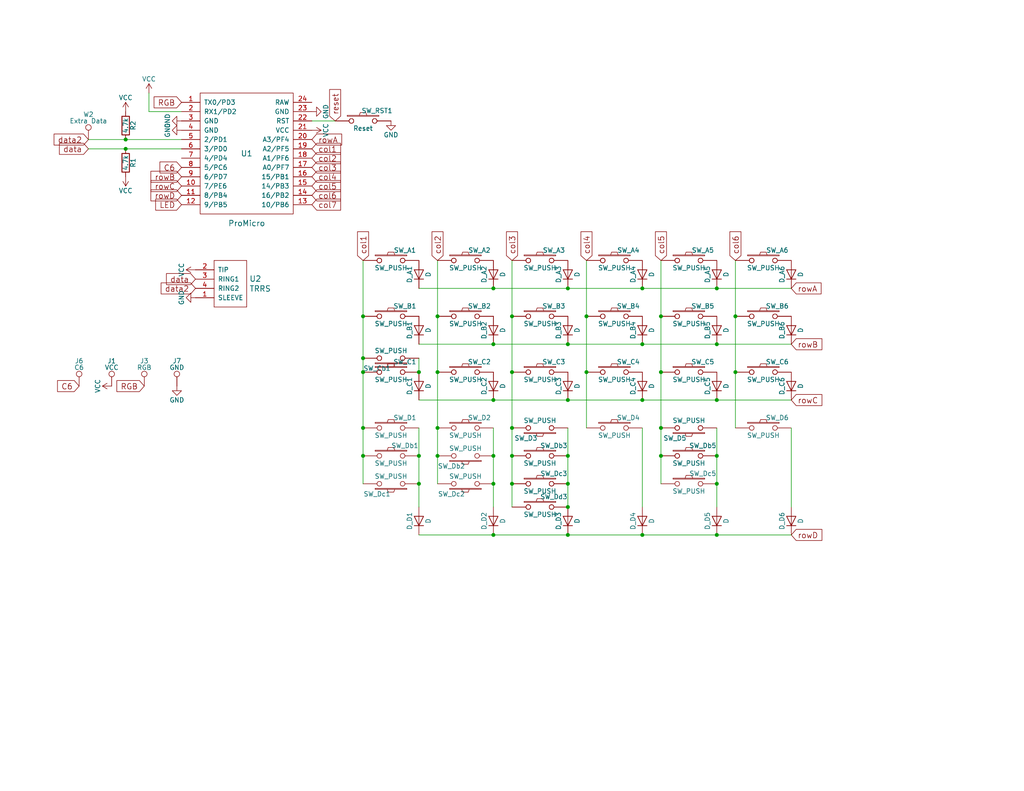
<source format=kicad_sch>
(kicad_sch (version 20210621) (generator eeschema)

  (uuid e44f34a6-c70a-4de6-9647-11b3c65c6170)

  (paper "USLetter")

  (title_block
    (title "Fourier Keyboard")
    (rev "1.2")
    (company "Keebio")
  )

  (lib_symbols
    (symbol "device:D" (pin_numbers hide) (pin_names (offset 1.016) hide) (in_bom yes) (on_board yes)
      (property "Reference" "D" (id 0) (at 0 2.54 0)
        (effects (font (size 1.27 1.27)))
      )
      (property "Value" "device_D" (id 1) (at 0 -2.54 0)
        (effects (font (size 1.27 1.27)))
      )
      (property "Footprint" "" (id 2) (at 0 0 0)
        (effects (font (size 1.27 1.27)) hide)
      )
      (property "Datasheet" "" (id 3) (at 0 0 0)
        (effects (font (size 1.27 1.27)) hide)
      )
      (property "ki_fp_filters" "TO-???* *_Diode_* *SingleDiode* D_*" (id 4) (at 0 0 0)
        (effects (font (size 1.27 1.27)) hide)
      )
      (symbol "D_0_1"
        (polyline
          (pts
            (xy -1.27 1.27)
            (xy -1.27 -1.27)
          )
          (stroke (width 0.2032) (type default) (color 0 0 0 0))
          (fill (type none))
        )
        (polyline
          (pts
            (xy 1.27 0)
            (xy -1.27 0)
          )
          (stroke (width 0) (type default) (color 0 0 0 0))
          (fill (type none))
        )
        (polyline
          (pts
            (xy 1.27 1.27)
            (xy 1.27 -1.27)
            (xy -1.27 0)
            (xy 1.27 1.27)
          )
          (stroke (width 0.2032) (type default) (color 0 0 0 0))
          (fill (type none))
        )
      )
      (symbol "D_1_1"
        (pin passive line (at -3.81 0 0) (length 2.54)
          (name "K" (effects (font (size 1.27 1.27))))
          (number "1" (effects (font (size 1.27 1.27))))
        )
        (pin passive line (at 3.81 0 180) (length 2.54)
          (name "A" (effects (font (size 1.27 1.27))))
          (number "2" (effects (font (size 1.27 1.27))))
        )
      )
    )
    (symbol "device:R" (pin_numbers hide) (pin_names (offset 0)) (in_bom yes) (on_board yes)
      (property "Reference" "R" (id 0) (at 2.032 0 90)
        (effects (font (size 1.27 1.27)))
      )
      (property "Value" "device_R" (id 1) (at 0 0 90)
        (effects (font (size 1.27 1.27)))
      )
      (property "Footprint" "" (id 2) (at -1.778 0 90)
        (effects (font (size 1.27 1.27)) hide)
      )
      (property "Datasheet" "" (id 3) (at 0 0 0)
        (effects (font (size 1.27 1.27)) hide)
      )
      (property "ki_fp_filters" "R_*" (id 4) (at 0 0 0)
        (effects (font (size 1.27 1.27)) hide)
      )
      (symbol "R_0_1"
        (rectangle (start -1.016 -2.54) (end 1.016 2.54)
          (stroke (width 0.254) (type default) (color 0 0 0 0))
          (fill (type none))
        )
      )
      (symbol "R_1_1"
        (pin passive line (at 0 3.81 270) (length 1.27)
          (name "~" (effects (font (size 1.27 1.27))))
          (number "1" (effects (font (size 1.27 1.27))))
        )
        (pin passive line (at 0 -3.81 90) (length 1.27)
          (name "~" (effects (font (size 1.27 1.27))))
          (number "2" (effects (font (size 1.27 1.27))))
        )
      )
    )
    (symbol "fourier-left-rescue:ProMicro-promicro" (pin_names (offset 1.016)) (in_bom yes) (on_board yes)
      (property "Reference" "U" (id 0) (at 0 0 0)
        (effects (font (size 1.524 1.524)))
      )
      (property "Value" "ProMicro-promicro" (id 1) (at 0 -19.05 0)
        (effects (font (size 1.524 1.524)))
      )
      (property "Footprint" "" (id 2) (at 26.67 -63.5 90)
        (effects (font (size 1.524 1.524)) hide)
      )
      (property "Datasheet" "" (id 3) (at 26.67 -63.5 90)
        (effects (font (size 1.524 1.524)) hide)
      )
      (symbol "ProMicro-promicro_0_1"
        (rectangle (start -12.7 -16.51) (end 12.7 16.51)
          (stroke (width 0) (type default) (color 0 0 0 0))
          (fill (type none))
        )
      )
      (symbol "ProMicro-promicro_1_1"
        (pin input line (at -17.78 13.97 0) (length 5.08)
          (name "TX0/PD3" (effects (font (size 1.27 1.27))))
          (number "1" (effects (font (size 1.27 1.27))))
        )
        (pin input line (at -17.78 -8.89 0) (length 5.08)
          (name "7/PE6" (effects (font (size 1.27 1.27))))
          (number "10" (effects (font (size 1.27 1.27))))
        )
        (pin input line (at -17.78 -11.43 0) (length 5.08)
          (name "8/PB4" (effects (font (size 1.27 1.27))))
          (number "11" (effects (font (size 1.27 1.27))))
        )
        (pin input line (at -17.78 -13.97 0) (length 5.08)
          (name "9/PB5" (effects (font (size 1.27 1.27))))
          (number "12" (effects (font (size 1.27 1.27))))
        )
        (pin input line (at 17.78 -13.97 180) (length 5.08)
          (name "10/PB6" (effects (font (size 1.27 1.27))))
          (number "13" (effects (font (size 1.27 1.27))))
        )
        (pin input line (at 17.78 -11.43 180) (length 5.08)
          (name "16/PB2" (effects (font (size 1.27 1.27))))
          (number "14" (effects (font (size 1.27 1.27))))
        )
        (pin input line (at 17.78 -8.89 180) (length 5.08)
          (name "14/PB3" (effects (font (size 1.27 1.27))))
          (number "15" (effects (font (size 1.27 1.27))))
        )
        (pin input line (at 17.78 -6.35 180) (length 5.08)
          (name "15/PB1" (effects (font (size 1.27 1.27))))
          (number "16" (effects (font (size 1.27 1.27))))
        )
        (pin input line (at 17.78 -3.81 180) (length 5.08)
          (name "A0/PF7" (effects (font (size 1.27 1.27))))
          (number "17" (effects (font (size 1.27 1.27))))
        )
        (pin input line (at 17.78 -1.27 180) (length 5.08)
          (name "A1/PF6" (effects (font (size 1.27 1.27))))
          (number "18" (effects (font (size 1.27 1.27))))
        )
        (pin input line (at 17.78 1.27 180) (length 5.08)
          (name "A2/PF5" (effects (font (size 1.27 1.27))))
          (number "19" (effects (font (size 1.27 1.27))))
        )
        (pin input line (at -17.78 11.43 0) (length 5.08)
          (name "RX1/PD2" (effects (font (size 1.27 1.27))))
          (number "2" (effects (font (size 1.27 1.27))))
        )
        (pin input line (at 17.78 3.81 180) (length 5.08)
          (name "A3/PF4" (effects (font (size 1.27 1.27))))
          (number "20" (effects (font (size 1.27 1.27))))
        )
        (pin input line (at 17.78 6.35 180) (length 5.08)
          (name "VCC" (effects (font (size 1.27 1.27))))
          (number "21" (effects (font (size 1.27 1.27))))
        )
        (pin input line (at 17.78 8.89 180) (length 5.08)
          (name "RST" (effects (font (size 1.27 1.27))))
          (number "22" (effects (font (size 1.27 1.27))))
        )
        (pin input line (at 17.78 11.43 180) (length 5.08)
          (name "GND" (effects (font (size 1.27 1.27))))
          (number "23" (effects (font (size 1.27 1.27))))
        )
        (pin input line (at 17.78 13.97 180) (length 5.08)
          (name "RAW" (effects (font (size 1.27 1.27))))
          (number "24" (effects (font (size 1.27 1.27))))
        )
        (pin input line (at -17.78 8.89 0) (length 5.08)
          (name "GND" (effects (font (size 1.27 1.27))))
          (number "3" (effects (font (size 1.27 1.27))))
        )
        (pin input line (at -17.78 6.35 0) (length 5.08)
          (name "GND" (effects (font (size 1.27 1.27))))
          (number "4" (effects (font (size 1.27 1.27))))
        )
        (pin input line (at -17.78 3.81 0) (length 5.08)
          (name "2/PD1" (effects (font (size 1.27 1.27))))
          (number "5" (effects (font (size 1.27 1.27))))
        )
        (pin input line (at -17.78 1.27 0) (length 5.08)
          (name "3/PD0" (effects (font (size 1.27 1.27))))
          (number "6" (effects (font (size 1.27 1.27))))
        )
        (pin input line (at -17.78 -1.27 0) (length 5.08)
          (name "4/PD4" (effects (font (size 1.27 1.27))))
          (number "7" (effects (font (size 1.27 1.27))))
        )
        (pin input line (at -17.78 -3.81 0) (length 5.08)
          (name "5/PC6" (effects (font (size 1.27 1.27))))
          (number "8" (effects (font (size 1.27 1.27))))
        )
        (pin input line (at -17.78 -6.35 0) (length 5.08)
          (name "6/PD7" (effects (font (size 1.27 1.27))))
          (number "9" (effects (font (size 1.27 1.27))))
        )
      )
    )
    (symbol "fourier-left-rescue:SW_PUSH-RESCUE-fourier-left" (pin_numbers hide) (pin_names (offset 1.016) hide) (in_bom yes) (on_board yes)
      (property "Reference" "SW" (id 0) (at 3.81 2.794 0)
        (effects (font (size 1.27 1.27)))
      )
      (property "Value" "SW_PUSH-RESCUE-fourier-left" (id 1) (at 0 -2.032 0)
        (effects (font (size 1.27 1.27)))
      )
      (property "Footprint" "" (id 2) (at 0 0 0)
        (effects (font (size 1.27 1.27)))
      )
      (property "Datasheet" "" (id 3) (at 0 0 0)
        (effects (font (size 1.27 1.27)))
      )
      (symbol "SW_PUSH-RESCUE-fourier-left_0_1"
        (rectangle (start -4.318 1.27) (end 4.318 1.524)
          (stroke (width 0) (type default) (color 0 0 0 0))
          (fill (type none))
        )
        (polyline
          (pts
            (xy -1.016 1.524)
            (xy -0.762 2.286)
            (xy 0.762 2.286)
            (xy 1.016 1.524)
          )
          (stroke (width 0) (type default) (color 0 0 0 0))
          (fill (type none))
        )
        (pin passive inverted (at -7.62 0 0) (length 5.08)
          (name "1" (effects (font (size 1.27 1.27))))
          (number "1" (effects (font (size 1.27 1.27))))
        )
        (pin passive inverted (at 7.62 0 180) (length 5.08)
          (name "2" (effects (font (size 1.27 1.27))))
          (number "2" (effects (font (size 1.27 1.27))))
        )
      )
    )
    (symbol "fourier-left-rescue:TEST_1P-RESCUE-fourier-left" (pin_numbers hide) (pin_names (offset 0.762) hide) (in_bom yes) (on_board yes)
      (property "Reference" "J" (id 0) (at 0 6.858 0)
        (effects (font (size 1.27 1.27)))
      )
      (property "Value" "TEST_1P-RESCUE-fourier-left" (id 1) (at 0 5.08 0)
        (effects (font (size 1.27 1.27)))
      )
      (property "Footprint" "" (id 2) (at 5.08 0 0)
        (effects (font (size 1.27 1.27)) hide)
      )
      (property "Datasheet" "" (id 3) (at 5.08 0 0)
        (effects (font (size 1.27 1.27)) hide)
      )
      (symbol "TEST_1P-RESCUE-fourier-left_0_1"
        (circle (center 0 3.302) (radius 0.762)           (stroke (width 0) (type default) (color 0 0 0 0))
          (fill (type none))
        )
      )
      (symbol "TEST_1P-RESCUE-fourier-left_1_1"
        (pin passive line (at 0 0 90) (length 2.54)
          (name "1" (effects (font (size 1.27 1.27))))
          (number "1" (effects (font (size 1.27 1.27))))
        )
      )
    )
    (symbol "keebio:TRRS" (pin_names (offset 1.016)) (in_bom yes) (on_board yes)
      (property "Reference" "U" (id 0) (at 0 15.24 0)
        (effects (font (size 1.524 1.524)))
      )
      (property "Value" "keebio_TRRS" (id 1) (at 0 -2.54 0)
        (effects (font (size 1.524 1.524)))
      )
      (property "Footprint" "" (id 2) (at 3.81 0 0)
        (effects (font (size 1.524 1.524)) hide)
      )
      (property "Datasheet" "" (id 3) (at 3.81 0 0)
        (effects (font (size 1.524 1.524)) hide)
      )
      (symbol "TRRS_0_1"
        (rectangle (start -3.81 0) (end -3.81 12.7)
          (stroke (width 0) (type default) (color 0 0 0 0))
          (fill (type none))
        )
        (rectangle (start -3.81 12.7) (end 5.08 12.7)
          (stroke (width 0) (type default) (color 0 0 0 0))
          (fill (type none))
        )
        (rectangle (start 5.08 0) (end -3.81 0)
          (stroke (width 0) (type default) (color 0 0 0 0))
          (fill (type none))
        )
        (rectangle (start 5.08 12.7) (end 5.08 0)
          (stroke (width 0) (type default) (color 0 0 0 0))
          (fill (type none))
        )
      )
      (symbol "TRRS_1_1"
        (pin input line (at -8.89 2.54 0) (length 5.08)
          (name "SLEEVE" (effects (font (size 1.27 1.27))))
          (number "1" (effects (font (size 1.27 1.27))))
        )
        (pin input line (at -8.89 10.16 0) (length 5.08)
          (name "TIP" (effects (font (size 1.27 1.27))))
          (number "2" (effects (font (size 1.27 1.27))))
        )
        (pin input line (at -8.89 7.62 0) (length 5.08)
          (name "RING1" (effects (font (size 1.27 1.27))))
          (number "3" (effects (font (size 1.27 1.27))))
        )
        (pin input line (at -8.89 5.08 0) (length 5.08)
          (name "RING2" (effects (font (size 1.27 1.27))))
          (number "4" (effects (font (size 1.27 1.27))))
        )
      )
    )
    (symbol "power:GND" (power) (pin_names (offset 0)) (in_bom yes) (on_board yes)
      (property "Reference" "#PWR" (id 0) (at 0 -6.35 0)
        (effects (font (size 1.27 1.27)) hide)
      )
      (property "Value" "GND" (id 1) (at 0 -3.81 0)
        (effects (font (size 1.27 1.27)))
      )
      (property "Footprint" "" (id 2) (at 0 0 0)
        (effects (font (size 1.27 1.27)) hide)
      )
      (property "Datasheet" "" (id 3) (at 0 0 0)
        (effects (font (size 1.27 1.27)) hide)
      )
      (property "ki_keywords" "power-flag" (id 4) (at 0 0 0)
        (effects (font (size 1.27 1.27)) hide)
      )
      (property "ki_description" "Power symbol creates a global label with name \"GND\" , ground" (id 5) (at 0 0 0)
        (effects (font (size 1.27 1.27)) hide)
      )
      (symbol "GND_0_1"
        (polyline
          (pts
            (xy 0 0)
            (xy 0 -1.27)
            (xy 1.27 -1.27)
            (xy 0 -2.54)
            (xy -1.27 -1.27)
            (xy 0 -1.27)
          )
          (stroke (width 0) (type default) (color 0 0 0 0))
          (fill (type none))
        )
      )
      (symbol "GND_1_1"
        (pin power_in line (at 0 0 270) (length 0) hide
          (name "GND" (effects (font (size 1.27 1.27))))
          (number "1" (effects (font (size 1.27 1.27))))
        )
      )
    )
    (symbol "power:VCC" (power) (pin_names (offset 0)) (in_bom yes) (on_board yes)
      (property "Reference" "#PWR" (id 0) (at 0 -3.81 0)
        (effects (font (size 1.27 1.27)) hide)
      )
      (property "Value" "VCC" (id 1) (at 0 3.81 0)
        (effects (font (size 1.27 1.27)))
      )
      (property "Footprint" "" (id 2) (at 0 0 0)
        (effects (font (size 1.27 1.27)) hide)
      )
      (property "Datasheet" "" (id 3) (at 0 0 0)
        (effects (font (size 1.27 1.27)) hide)
      )
      (property "ki_keywords" "power-flag" (id 4) (at 0 0 0)
        (effects (font (size 1.27 1.27)) hide)
      )
      (property "ki_description" "Power symbol creates a global label with name \"VCC\"" (id 5) (at 0 0 0)
        (effects (font (size 1.27 1.27)) hide)
      )
      (symbol "VCC_0_1"
        (polyline
          (pts
            (xy -0.762 1.27)
            (xy 0 2.54)
          )
          (stroke (width 0) (type default) (color 0 0 0 0))
          (fill (type none))
        )
        (polyline
          (pts
            (xy 0 0)
            (xy 0 2.54)
          )
          (stroke (width 0) (type default) (color 0 0 0 0))
          (fill (type none))
        )
        (polyline
          (pts
            (xy 0 2.54)
            (xy 0.762 1.27)
          )
          (stroke (width 0) (type default) (color 0 0 0 0))
          (fill (type none))
        )
      )
      (symbol "VCC_1_1"
        (pin power_in line (at 0 0 90) (length 0) hide
          (name "VCC" (effects (font (size 1.27 1.27))))
          (number "1" (effects (font (size 1.27 1.27))))
        )
      )
    )
  )

  (junction (at 119.38 101.6) (diameter 0) (color 0 0 0 0))
  (junction (at 195.58 132.08) (diameter 0) (color 0 0 0 0))
  (junction (at 114.3 132.08) (diameter 0) (color 0 0 0 0))
  (junction (at 134.62 132.08) (diameter 0) (color 0 0 0 0))
  (junction (at 195.58 146.05) (diameter 0) (color 0 0 0 0))
  (junction (at 175.26 109.22) (diameter 0) (color 0 0 0 0))
  (junction (at 154.94 138.43) (diameter 0) (color 0 0 0 0))
  (junction (at 99.06 116.84) (diameter 0) (color 0 0 0 0))
  (junction (at 200.66 86.36) (diameter 0) (color 0 0 0 0))
  (junction (at 180.34 101.6) (diameter 0) (color 0 0 0 0))
  (junction (at 134.62 146.05) (diameter 0) (color 0 0 0 0))
  (junction (at 119.38 116.84) (diameter 0) (color 0 0 0 0))
  (junction (at 195.58 109.22) (diameter 0) (color 0 0 0 0))
  (junction (at 134.62 78.74) (diameter 0) (color 0 0 0 0))
  (junction (at 175.26 146.05) (diameter 0) (color 0 0 0 0))
  (junction (at 134.62 109.22) (diameter 0) (color 0 0 0 0))
  (junction (at 114.3 124.46) (diameter 0) (color 0 0 0 0))
  (junction (at 34.29 38.1) (diameter 0) (color 0 0 0 0))
  (junction (at 139.7 86.36) (diameter 0) (color 0 0 0 0))
  (junction (at 99.06 101.6) (diameter 0) (color 0 0 0 0))
  (junction (at 139.7 101.6) (diameter 0) (color 0 0 0 0))
  (junction (at 154.94 109.22) (diameter 0) (color 0 0 0 0))
  (junction (at 154.94 93.98) (diameter 0) (color 0 0 0 0))
  (junction (at 180.34 86.36) (diameter 0) (color 0 0 0 0))
  (junction (at 99.06 86.36) (diameter 0) (color 0 0 0 0))
  (junction (at 134.62 93.98) (diameter 0) (color 0 0 0 0))
  (junction (at 195.58 93.98) (diameter 0) (color 0 0 0 0))
  (junction (at 119.38 124.46) (diameter 0) (color 0 0 0 0))
  (junction (at 154.94 124.46) (diameter 0) (color 0 0 0 0))
  (junction (at 134.62 124.46) (diameter 0) (color 0 0 0 0))
  (junction (at 99.06 124.46) (diameter 0) (color 0 0 0 0))
  (junction (at 160.02 86.36) (diameter 0) (color 0 0 0 0))
  (junction (at 160.02 101.6) (diameter 0) (color 0 0 0 0))
  (junction (at 114.3 101.6) (diameter 0) (color 0 0 0 0))
  (junction (at 154.94 78.74) (diameter 0) (color 0 0 0 0))
  (junction (at 180.34 124.46) (diameter 0) (color 0 0 0 0))
  (junction (at 119.38 86.36) (diameter 0) (color 0 0 0 0))
  (junction (at 34.29 40.64) (diameter 0) (color 0 0 0 0))
  (junction (at 195.58 124.46) (diameter 0) (color 0 0 0 0))
  (junction (at 180.34 116.84) (diameter 0) (color 0 0 0 0))
  (junction (at 200.66 101.6) (diameter 0) (color 0 0 0 0))
  (junction (at 175.26 78.74) (diameter 0) (color 0 0 0 0))
  (junction (at 139.7 116.84) (diameter 0) (color 0 0 0 0))
  (junction (at 195.58 78.74) (diameter 0) (color 0 0 0 0))
  (junction (at 154.94 146.05) (diameter 0) (color 0 0 0 0))
  (junction (at 139.7 132.08) (diameter 0) (color 0 0 0 0))
  (junction (at 139.7 124.46) (diameter 0) (color 0 0 0 0))
  (junction (at 175.26 93.98) (diameter 0) (color 0 0 0 0))
  (junction (at 154.94 132.08) (diameter 0) (color 0 0 0 0))
  (junction (at 99.06 97.79) (diameter 0) (color 0 0 0 0))

  (wire (pts (xy 215.9 138.43) (xy 215.9 116.84))
    (stroke (width 0) (type default) (color 0 0 0 0))
    (uuid 0792c9ac-9991-42e0-8f93-3b33c9088836)
  )
  (wire (pts (xy 114.3 124.46) (xy 114.3 132.08))
    (stroke (width 0) (type default) (color 0 0 0 0))
    (uuid 111c35df-b523-448d-b527-dbbfc738e034)
  )
  (wire (pts (xy 195.58 78.74) (xy 215.9 78.74))
    (stroke (width 0) (type default) (color 0 0 0 0))
    (uuid 14744e8f-c562-4fd8-ab48-de5f708ae8c9)
  )
  (wire (pts (xy 154.94 93.98) (xy 175.26 93.98))
    (stroke (width 0) (type default) (color 0 0 0 0))
    (uuid 1d19983c-238c-4be4-adf2-e375383011e8)
  )
  (wire (pts (xy 180.34 101.6) (xy 180.34 116.84))
    (stroke (width 0) (type default) (color 0 0 0 0))
    (uuid 246a5deb-491b-4fce-8e97-c5a2cd5d0f90)
  )
  (wire (pts (xy 99.06 71.12) (xy 99.06 86.36))
    (stroke (width 0) (type default) (color 0 0 0 0))
    (uuid 28dbec51-c34e-44e1-b4f1-c586dfd6defb)
  )
  (wire (pts (xy 114.3 132.08) (xy 114.3 138.43))
    (stroke (width 0) (type default) (color 0 0 0 0))
    (uuid 2cad4e27-470b-4fe7-86a5-e6ff2fcb2be7)
  )
  (wire (pts (xy 200.66 116.84) (xy 200.66 101.6))
    (stroke (width 0) (type default) (color 0 0 0 0))
    (uuid 2ee9b443-5c93-4f6d-b291-4cad770948d8)
  )
  (wire (pts (xy 154.94 109.22) (xy 175.26 109.22))
    (stroke (width 0) (type default) (color 0 0 0 0))
    (uuid 31ce2cfc-7331-4690-84fa-2678fe0aabd1)
  )
  (wire (pts (xy 119.38 116.84) (xy 119.38 124.46))
    (stroke (width 0) (type default) (color 0 0 0 0))
    (uuid 37c49d87-d0f3-49f0-9130-3e504bf2f075)
  )
  (wire (pts (xy 180.34 132.08) (xy 180.34 124.46))
    (stroke (width 0) (type default) (color 0 0 0 0))
    (uuid 394ee665-b800-4c69-a50f-a887eaa55d83)
  )
  (wire (pts (xy 99.06 101.6) (xy 99.06 116.84))
    (stroke (width 0) (type default) (color 0 0 0 0))
    (uuid 3f1ad20e-8c32-4fcd-83db-cbd1e95f6ab0)
  )
  (wire (pts (xy 154.94 146.05) (xy 175.26 146.05))
    (stroke (width 0) (type default) (color 0 0 0 0))
    (uuid 47f1cbd9-9574-4ec1-9fb2-e151b3a926ed)
  )
  (wire (pts (xy 114.3 93.98) (xy 134.62 93.98))
    (stroke (width 0) (type default) (color 0 0 0 0))
    (uuid 49c2b7b5-3746-4c55-b95b-eab8536502f5)
  )
  (wire (pts (xy 134.62 78.74) (xy 154.94 78.74))
    (stroke (width 0) (type default) (color 0 0 0 0))
    (uuid 4f7e500e-78bd-4359-9a55-3dc959b5e9c9)
  )
  (wire (pts (xy 180.34 86.36) (xy 180.34 101.6))
    (stroke (width 0) (type default) (color 0 0 0 0))
    (uuid 4fd13553-ae96-4e0d-afce-a1d3e48f3600)
  )
  (wire (pts (xy 154.94 116.84) (xy 154.94 124.46))
    (stroke (width 0) (type default) (color 0 0 0 0))
    (uuid 5161265f-74cd-4201-baaa-289ffd6c6b9e)
  )
  (wire (pts (xy 114.3 78.74) (xy 134.62 78.74))
    (stroke (width 0) (type default) (color 0 0 0 0))
    (uuid 52faa7e1-dae5-4430-8bae-82fdd88adb90)
  )
  (wire (pts (xy 91.44 33.02) (xy 85.09 33.02))
    (stroke (width 0) (type default) (color 0 0 0 0))
    (uuid 532a478f-9471-4a0a-aa81-d4750ffbc3bf)
  )
  (wire (pts (xy 180.34 116.84) (xy 180.34 124.46))
    (stroke (width 0) (type default) (color 0 0 0 0))
    (uuid 54516c55-7a24-4f70-978b-568db33cde9e)
  )
  (wire (pts (xy 134.62 93.98) (xy 154.94 93.98))
    (stroke (width 0) (type default) (color 0 0 0 0))
    (uuid 565a9952-eef9-4087-bea3-bf0e323fdd40)
  )
  (wire (pts (xy 134.62 132.08) (xy 134.62 138.43))
    (stroke (width 0) (type default) (color 0 0 0 0))
    (uuid 57251d78-783e-45c8-a899-a7c44bf531f0)
  )
  (wire (pts (xy 180.34 71.12) (xy 180.34 86.36))
    (stroke (width 0) (type default) (color 0 0 0 0))
    (uuid 584dd6cc-b65c-4cee-9a0e-3bfc8d571da0)
  )
  (wire (pts (xy 119.38 101.6) (xy 119.38 116.84))
    (stroke (width 0) (type default) (color 0 0 0 0))
    (uuid 5b0b0804-0aaa-4d17-a98b-3ebe4077a054)
  )
  (wire (pts (xy 154.94 124.46) (xy 154.94 132.08))
    (stroke (width 0) (type default) (color 0 0 0 0))
    (uuid 6d574249-dc77-473d-a65a-4ccdf0c4a29d)
  )
  (wire (pts (xy 114.3 109.22) (xy 134.62 109.22))
    (stroke (width 0) (type default) (color 0 0 0 0))
    (uuid 6f4828a7-ac22-4a0f-8281-9126afc89b15)
  )
  (wire (pts (xy 195.58 109.22) (xy 215.9 109.22))
    (stroke (width 0) (type default) (color 0 0 0 0))
    (uuid 7570de21-dfc4-4ad0-aa56-5ce1d335ae2e)
  )
  (wire (pts (xy 34.29 40.64) (xy 49.53 40.64))
    (stroke (width 0) (type default) (color 0 0 0 0))
    (uuid 7845c823-9530-495d-8112-b5fb8d48d78b)
  )
  (wire (pts (xy 139.7 101.6) (xy 139.7 116.84))
    (stroke (width 0) (type default) (color 0 0 0 0))
    (uuid 7f8ba64e-8a7b-446c-b253-487797b2f753)
  )
  (wire (pts (xy 175.26 78.74) (xy 195.58 78.74))
    (stroke (width 0) (type default) (color 0 0 0 0))
    (uuid 813db026-2bba-46af-8715-da737ffa7a2d)
  )
  (wire (pts (xy 119.38 132.08) (xy 119.38 124.46))
    (stroke (width 0) (type default) (color 0 0 0 0))
    (uuid 83ac4707-26a7-44d5-bd91-a2216d0bb905)
  )
  (wire (pts (xy 40.64 30.48) (xy 40.64 25.4))
    (stroke (width 0) (type default) (color 0 0 0 0))
    (uuid 85d892fc-bfde-4bb3-8f21-0246b7e2d97e)
  )
  (wire (pts (xy 160.02 71.12) (xy 160.02 86.36))
    (stroke (width 0) (type default) (color 0 0 0 0))
    (uuid 8733d106-6de4-4844-8209-a210a438fa68)
  )
  (wire (pts (xy 195.58 132.08) (xy 195.58 138.43))
    (stroke (width 0) (type default) (color 0 0 0 0))
    (uuid 874716e2-50d4-4633-bb74-ee6bbb865ad8)
  )
  (wire (pts (xy 154.94 132.08) (xy 154.94 138.43))
    (stroke (width 0) (type default) (color 0 0 0 0))
    (uuid 8ae4835f-ee16-46fd-9597-30ff4479489f)
  )
  (wire (pts (xy 114.3 116.84) (xy 114.3 124.46))
    (stroke (width 0) (type default) (color 0 0 0 0))
    (uuid 8c085a3e-e094-4be0-91e8-2bb288e726bb)
  )
  (wire (pts (xy 119.38 86.36) (xy 119.38 101.6))
    (stroke (width 0) (type default) (color 0 0 0 0))
    (uuid 8c3832f5-7d52-4d27-bdcf-9e593607a8f2)
  )
  (wire (pts (xy 160.02 86.36) (xy 160.02 101.6))
    (stroke (width 0) (type default) (color 0 0 0 0))
    (uuid 948a3dab-1694-4f56-bdef-db96d262ec4f)
  )
  (wire (pts (xy 139.7 71.12) (xy 139.7 86.36))
    (stroke (width 0) (type default) (color 0 0 0 0))
    (uuid 94deaa7c-1d70-4ab6-90bd-55ad562b73ef)
  )
  (wire (pts (xy 175.26 146.05) (xy 195.58 146.05))
    (stroke (width 0) (type default) (color 0 0 0 0))
    (uuid 99ffc2fd-251c-4beb-986b-e2cddaba337c)
  )
  (wire (pts (xy 49.53 30.48) (xy 40.64 30.48))
    (stroke (width 0) (type default) (color 0 0 0 0))
    (uuid 9aea7f5b-300f-4050-ba55-9fb679bb38a7)
  )
  (wire (pts (xy 134.62 109.22) (xy 154.94 109.22))
    (stroke (width 0) (type default) (color 0 0 0 0))
    (uuid 9dddaa54-6ed9-4d97-ba99-27ed3590eb3d)
  )
  (wire (pts (xy 24.13 38.1) (xy 34.29 38.1))
    (stroke (width 0) (type default) (color 0 0 0 0))
    (uuid a5b46622-5325-4ecc-84ab-0f6896c55ae7)
  )
  (wire (pts (xy 195.58 116.84) (xy 195.58 124.46))
    (stroke (width 0) (type default) (color 0 0 0 0))
    (uuid a5e3c6c5-bdc5-440b-bb23-ed80351fff35)
  )
  (wire (pts (xy 139.7 86.36) (xy 139.7 101.6))
    (stroke (width 0) (type default) (color 0 0 0 0))
    (uuid a5ee270c-f8e5-49b8-b5d7-f6b0e53af915)
  )
  (wire (pts (xy 160.02 116.84) (xy 160.02 101.6))
    (stroke (width 0) (type default) (color 0 0 0 0))
    (uuid a890e7a4-1f59-4262-a278-c0cb7316b608)
  )
  (wire (pts (xy 195.58 146.05) (xy 215.9 146.05))
    (stroke (width 0) (type default) (color 0 0 0 0))
    (uuid a99dd597-fc8f-4d0a-84bd-86edfb8f0aba)
  )
  (wire (pts (xy 114.3 146.05) (xy 134.62 146.05))
    (stroke (width 0) (type default) (color 0 0 0 0))
    (uuid acaab488-80aa-46c0-9fcd-87d0354f80c1)
  )
  (wire (pts (xy 195.58 93.98) (xy 215.9 93.98))
    (stroke (width 0) (type default) (color 0 0 0 0))
    (uuid b057998f-1c39-41b1-9740-bdafc8d85762)
  )
  (wire (pts (xy 139.7 138.43) (xy 139.7 132.08))
    (stroke (width 0) (type default) (color 0 0 0 0))
    (uuid b065404a-5d17-4d5d-8d1e-7a9f4b8d82ec)
  )
  (wire (pts (xy 34.29 38.1) (xy 49.53 38.1))
    (stroke (width 0) (type default) (color 0 0 0 0))
    (uuid b185b5fe-a64a-45bf-a2d2-edfcfceb7002)
  )
  (wire (pts (xy 175.26 109.22) (xy 195.58 109.22))
    (stroke (width 0) (type default) (color 0 0 0 0))
    (uuid b29747e3-348d-4817-8c6c-d6b066cb1bcd)
  )
  (wire (pts (xy 154.94 78.74) (xy 175.26 78.74))
    (stroke (width 0) (type default) (color 0 0 0 0))
    (uuid b34b10a4-f8e7-4741-ae8f-70ae80b113e4)
  )
  (wire (pts (xy 200.66 71.12) (xy 200.66 86.36))
    (stroke (width 0) (type default) (color 0 0 0 0))
    (uuid b52d375c-2c3c-4c39-9126-dc971d13da3d)
  )
  (wire (pts (xy 134.62 146.05) (xy 154.94 146.05))
    (stroke (width 0) (type default) (color 0 0 0 0))
    (uuid b6ab7c45-f24e-475c-b9f2-f9f98c27805f)
  )
  (wire (pts (xy 139.7 116.84) (xy 139.7 124.46))
    (stroke (width 0) (type default) (color 0 0 0 0))
    (uuid bb945d2f-491b-46c9-ab2a-31ea039f0649)
  )
  (wire (pts (xy 99.06 86.36) (xy 99.06 97.79))
    (stroke (width 0) (type default) (color 0 0 0 0))
    (uuid bca4d8d8-bad4-4906-b5bc-495e5cdeb935)
  )
  (wire (pts (xy 114.3 101.6) (xy 114.3 97.79))
    (stroke (width 0) (type default) (color 0 0 0 0))
    (uuid bfc508ef-84fe-4324-a5b2-3c56b2a985b4)
  )
  (wire (pts (xy 24.13 40.64) (xy 34.29 40.64))
    (stroke (width 0) (type default) (color 0 0 0 0))
    (uuid c5d69197-2089-421e-8590-46dd4b2ce309)
  )
  (wire (pts (xy 99.06 132.08) (xy 99.06 124.46))
    (stroke (width 0) (type default) (color 0 0 0 0))
    (uuid c89f43b6-03f9-4631-9121-8cdc472131f9)
  )
  (wire (pts (xy 195.58 124.46) (xy 195.58 132.08))
    (stroke (width 0) (type default) (color 0 0 0 0))
    (uuid c9ca7a44-1fdf-4c6c-87ff-d1f06f81065f)
  )
  (wire (pts (xy 99.06 116.84) (xy 99.06 124.46))
    (stroke (width 0) (type default) (color 0 0 0 0))
    (uuid cbd97ca9-73eb-43c1-bde9-70da13f9b3d2)
  )
  (wire (pts (xy 119.38 71.12) (xy 119.38 86.36))
    (stroke (width 0) (type default) (color 0 0 0 0))
    (uuid d6aa1f86-08d6-453f-b487-d46f009b3671)
  )
  (wire (pts (xy 175.26 93.98) (xy 195.58 93.98))
    (stroke (width 0) (type default) (color 0 0 0 0))
    (uuid e77e37f3-f5b4-4616-b0f8-3bbd5b0099cd)
  )
  (wire (pts (xy 200.66 86.36) (xy 200.66 101.6))
    (stroke (width 0) (type default) (color 0 0 0 0))
    (uuid edb3b5b5-a26f-4039-a629-d0f897243067)
  )
  (wire (pts (xy 175.26 116.84) (xy 175.26 138.43))
    (stroke (width 0) (type default) (color 0 0 0 0))
    (uuid f0478987-f6af-49c5-8e4e-e1a567a3b2df)
  )
  (wire (pts (xy 134.62 124.46) (xy 134.62 132.08))
    (stroke (width 0) (type default) (color 0 0 0 0))
    (uuid f2c41b7b-bcab-4e29-8195-4055c0039687)
  )
  (wire (pts (xy 134.62 116.84) (xy 134.62 124.46))
    (stroke (width 0) (type default) (color 0 0 0 0))
    (uuid f6e92c91-5b67-48f9-b5e9-8a3739eb30e6)
  )
  (wire (pts (xy 139.7 124.46) (xy 139.7 132.08))
    (stroke (width 0) (type default) (color 0 0 0 0))
    (uuid f8a71548-d361-4cad-b4de-6c15c63e0acc)
  )
  (wire (pts (xy 99.06 97.79) (xy 99.06 101.6))
    (stroke (width 0) (type default) (color 0 0 0 0))
    (uuid fe07952f-0f88-4542-8f40-d513175bb81d)
  )

  (global_label "col5" (shape input) (at 85.09 50.8 0) (fields_autoplaced)
    (effects (font (size 1.524 1.524)) (justify left))
    (uuid 00b4c8a1-2a7d-43e3-93c3-ca37876eae98)
    (property "Intersheet References" "${INTERSHEET_REFS}" (id 0) (at 0 0 0)
      (effects (font (size 1.27 1.27)) hide)
    )
  )
  (global_label "RGB" (shape input) (at 49.53 27.94 180) (fields_autoplaced)
    (effects (font (size 1.524 1.524)) (justify right))
    (uuid 0e732091-e52a-468c-8897-924965e38320)
    (property "Intersheet References" "${INTERSHEET_REFS}" (id 0) (at 0 0 0)
      (effects (font (size 1.27 1.27)) hide)
    )
  )
  (global_label "rowA" (shape input) (at 85.09 38.1 0) (fields_autoplaced)
    (effects (font (size 1.524 1.524)) (justify left))
    (uuid 0efcc62e-4bb0-4bda-892b-d3757704cf5d)
    (property "Intersheet References" "${INTERSHEET_REFS}" (id 0) (at 0 0 0)
      (effects (font (size 1.27 1.27)) hide)
    )
  )
  (global_label "col6" (shape input) (at 85.09 53.34 0) (fields_autoplaced)
    (effects (font (size 1.524 1.524)) (justify left))
    (uuid 107dbfe5-b567-4217-b565-5be6054b0f97)
    (property "Intersheet References" "${INTERSHEET_REFS}" (id 0) (at 0 0 0)
      (effects (font (size 1.27 1.27)) hide)
    )
  )
  (global_label "C6" (shape input) (at 21.59 105.41 180) (fields_autoplaced)
    (effects (font (size 1.524 1.524)) (justify right))
    (uuid 14f9a16a-c940-4cf0-9900-8d3ff6514ecd)
    (property "Intersheet References" "${INTERSHEET_REFS}" (id 0) (at 0 0 0)
      (effects (font (size 1.27 1.27)) hide)
    )
  )
  (global_label "data" (shape input) (at 53.34 76.2 180) (fields_autoplaced)
    (effects (font (size 1.524 1.524)) (justify right))
    (uuid 20e25c5b-b97c-4f92-b1f7-02e4c5ba8f30)
    (property "Intersheet References" "${INTERSHEET_REFS}" (id 0) (at 0 0 0)
      (effects (font (size 1.27 1.27)) hide)
    )
  )
  (global_label "data" (shape input) (at 24.13 40.64 180) (fields_autoplaced)
    (effects (font (size 1.524 1.524)) (justify right))
    (uuid 280a4d3d-d282-4984-9d88-71cb1d9ab75a)
    (property "Intersheet References" "${INTERSHEET_REFS}" (id 0) (at 0 0 0)
      (effects (font (size 1.27 1.27)) hide)
    )
  )
  (global_label "rowA" (shape input) (at 215.9 78.74 0) (fields_autoplaced)
    (effects (font (size 1.524 1.524)) (justify left))
    (uuid 317ab075-43f8-4a80-90ad-a32a74fad85e)
    (property "Intersheet References" "${INTERSHEET_REFS}" (id 0) (at 0 0 0)
      (effects (font (size 1.27 1.27)) hide)
    )
  )
  (global_label "LED" (shape input) (at 49.53 55.88 180) (fields_autoplaced)
    (effects (font (size 1.524 1.524)) (justify right))
    (uuid 387e0cac-dec7-4d19-984c-69b2ce77be1d)
    (property "Intersheet References" "${INTERSHEET_REFS}" (id 0) (at 0 0 0)
      (effects (font (size 1.27 1.27)) hide)
    )
  )
  (global_label "col6" (shape input) (at 200.66 71.12 90) (fields_autoplaced)
    (effects (font (size 1.524 1.524)) (justify left))
    (uuid 4d123b16-4aa0-42a7-a5c6-824ae91e224d)
    (property "Intersheet References" "${INTERSHEET_REFS}" (id 0) (at 0 0 0)
      (effects (font (size 1.27 1.27)) hide)
    )
  )
  (global_label "col4" (shape input) (at 85.09 48.26 0) (fields_autoplaced)
    (effects (font (size 1.524 1.524)) (justify left))
    (uuid 4ea01c98-7e29-4e72-9c8c-b93203cf1311)
    (property "Intersheet References" "${INTERSHEET_REFS}" (id 0) (at 0 0 0)
      (effects (font (size 1.27 1.27)) hide)
    )
  )
  (global_label "data2" (shape input) (at 53.34 78.74 180) (fields_autoplaced)
    (effects (font (size 1.524 1.524)) (justify right))
    (uuid 50b44b1a-b3d3-4a2c-92ea-17fe43ae050b)
    (property "Intersheet References" "${INTERSHEET_REFS}" (id 0) (at 0 0 0)
      (effects (font (size 1.27 1.27)) hide)
    )
  )
  (global_label "col2" (shape input) (at 85.09 43.18 0) (fields_autoplaced)
    (effects (font (size 1.524 1.524)) (justify left))
    (uuid 52ab3f5f-3b9a-47fb-97b9-87b387f2235f)
    (property "Intersheet References" "${INTERSHEET_REFS}" (id 0) (at 0 0 0)
      (effects (font (size 1.27 1.27)) hide)
    )
  )
  (global_label "rowC" (shape input) (at 215.9 109.22 0) (fields_autoplaced)
    (effects (font (size 1.524 1.524)) (justify left))
    (uuid 5ef675f4-eb51-448d-b6db-3c409ea4d0ed)
    (property "Intersheet References" "${INTERSHEET_REFS}" (id 0) (at 0 0 0)
      (effects (font (size 1.27 1.27)) hide)
    )
  )
  (global_label "rowC" (shape input) (at 49.53 50.8 180) (fields_autoplaced)
    (effects (font (size 1.524 1.524)) (justify right))
    (uuid 72f3b529-03ad-4ef0-8ddd-6317a858da0d)
    (property "Intersheet References" "${INTERSHEET_REFS}" (id 0) (at 0 0 0)
      (effects (font (size 1.27 1.27)) hide)
    )
  )
  (global_label "col3" (shape input) (at 85.09 45.72 0) (fields_autoplaced)
    (effects (font (size 1.524 1.524)) (justify left))
    (uuid 841302ce-8d82-4670-b082-b5c8d5577add)
    (property "Intersheet References" "${INTERSHEET_REFS}" (id 0) (at 0 0 0)
      (effects (font (size 1.27 1.27)) hide)
    )
  )
  (global_label "data2" (shape input) (at 24.13 38.1 180) (fields_autoplaced)
    (effects (font (size 1.524 1.524)) (justify right))
    (uuid 935ad927-f571-475f-92d3-524cc128e488)
    (property "Intersheet References" "${INTERSHEET_REFS}" (id 0) (at 0 0 0)
      (effects (font (size 1.27 1.27)) hide)
    )
  )
  (global_label "col4" (shape input) (at 160.02 71.12 90) (fields_autoplaced)
    (effects (font (size 1.524 1.524)) (justify left))
    (uuid 957fa7c6-a24e-46cd-b28e-a974da164f75)
    (property "Intersheet References" "${INTERSHEET_REFS}" (id 0) (at 0 0 0)
      (effects (font (size 1.27 1.27)) hide)
    )
  )
  (global_label "rowB" (shape input) (at 215.9 93.98 0) (fields_autoplaced)
    (effects (font (size 1.524 1.524)) (justify left))
    (uuid 96193990-3b14-4adf-b397-0e80b1e8ff80)
    (property "Intersheet References" "${INTERSHEET_REFS}" (id 0) (at 0 0 0)
      (effects (font (size 1.27 1.27)) hide)
    )
  )
  (global_label "col7" (shape input) (at 85.09 55.88 0) (fields_autoplaced)
    (effects (font (size 1.524 1.524)) (justify left))
    (uuid 9923dfaf-7be2-434c-8796-800e03f145d3)
    (property "Intersheet References" "${INTERSHEET_REFS}" (id 0) (at 0 0 0)
      (effects (font (size 1.27 1.27)) hide)
    )
  )
  (global_label "rowD" (shape input) (at 49.53 53.34 180) (fields_autoplaced)
    (effects (font (size 1.524 1.524)) (justify right))
    (uuid 9e621ebf-fae6-4c83-8ba9-2981e01cf159)
    (property "Intersheet References" "${INTERSHEET_REFS}" (id 0) (at 0 0 0)
      (effects (font (size 1.27 1.27)) hide)
    )
  )
  (global_label "C6" (shape input) (at 49.53 45.72 180) (fields_autoplaced)
    (effects (font (size 1.524 1.524)) (justify right))
    (uuid acf2057a-6684-466c-9943-ce1822a7665b)
    (property "Intersheet References" "${INTERSHEET_REFS}" (id 0) (at 0 0 0)
      (effects (font (size 1.27 1.27)) hide)
    )
  )
  (global_label "rowB" (shape input) (at 49.53 48.26 180) (fields_autoplaced)
    (effects (font (size 1.524 1.524)) (justify right))
    (uuid ae746732-4763-4379-a431-5ed25e1d37eb)
    (property "Intersheet References" "${INTERSHEET_REFS}" (id 0) (at 0 0 0)
      (effects (font (size 1.27 1.27)) hide)
    )
  )
  (global_label "col1" (shape input) (at 85.09 40.64 0) (fields_autoplaced)
    (effects (font (size 1.524 1.524)) (justify left))
    (uuid b6d6e4b6-70c6-4e9e-b9b1-fb60e3842130)
    (property "Intersheet References" "${INTERSHEET_REFS}" (id 0) (at 0 0 0)
      (effects (font (size 1.27 1.27)) hide)
    )
  )
  (global_label "col3" (shape input) (at 139.7 71.12 90) (fields_autoplaced)
    (effects (font (size 1.524 1.524)) (justify left))
    (uuid b8916224-41e1-4759-9a5e-cfbe85a8e74d)
    (property "Intersheet References" "${INTERSHEET_REFS}" (id 0) (at 0 0 0)
      (effects (font (size 1.27 1.27)) hide)
    )
  )
  (global_label "RGB" (shape input) (at 39.37 105.41 180) (fields_autoplaced)
    (effects (font (size 1.524 1.524)) (justify right))
    (uuid bcf5d855-c1c7-4e67-9e66-dc2b121bd10f)
    (property "Intersheet References" "${INTERSHEET_REFS}" (id 0) (at 0 0 0)
      (effects (font (size 1.27 1.27)) hide)
    )
  )
  (global_label "col2" (shape input) (at 119.38 71.12 90) (fields_autoplaced)
    (effects (font (size 1.524 1.524)) (justify left))
    (uuid c14c3c84-5609-4837-90cc-be119ff6f366)
    (property "Intersheet References" "${INTERSHEET_REFS}" (id 0) (at 0 0 0)
      (effects (font (size 1.27 1.27)) hide)
    )
  )
  (global_label "reset" (shape input) (at 91.44 33.02 90) (fields_autoplaced)
    (effects (font (size 1.524 1.524)) (justify left))
    (uuid d0e53e68-34f3-486d-bc0a-b074d3acfab6)
    (property "Intersheet References" "${INTERSHEET_REFS}" (id 0) (at 0 0 0)
      (effects (font (size 1.27 1.27)) hide)
    )
  )
  (global_label "col1" (shape input) (at 99.06 71.12 90) (fields_autoplaced)
    (effects (font (size 1.524 1.524)) (justify left))
    (uuid df0185ba-283d-4295-bc48-2c60899be576)
    (property "Intersheet References" "${INTERSHEET_REFS}" (id 0) (at 0 0 0)
      (effects (font (size 1.27 1.27)) hide)
    )
  )
  (global_label "rowD" (shape input) (at 215.9 146.05 0) (fields_autoplaced)
    (effects (font (size 1.524 1.524)) (justify left))
    (uuid e9c7cbc2-658a-4f0a-84c1-0b7285068d92)
    (property "Intersheet References" "${INTERSHEET_REFS}" (id 0) (at 0 0 0)
      (effects (font (size 1.27 1.27)) hide)
    )
  )
  (global_label "col5" (shape input) (at 180.34 71.12 90) (fields_autoplaced)
    (effects (font (size 1.524 1.524)) (justify left))
    (uuid fbd3d9f1-123c-4caf-9fcb-c414c5da0a3d)
    (property "Intersheet References" "${INTERSHEET_REFS}" (id 0) (at 0 0 0)
      (effects (font (size 1.27 1.27)) hide)
    )
  )

  (symbol (lib_id "fourier-left-rescue:TEST_1P-RESCUE-fourier-left") (at 24.13 38.1 0) (unit 1)
    (in_bom yes) (on_board yes)
    (uuid 00000000-0000-0000-0000-000057d4f9e1)
    (property "Reference" "W2" (id 0) (at 24.13 31.242 0))
    (property "Value" "Extra Data" (id 1) (at 24.13 33.02 0))
    (property "Footprint" "Keebio-Parts:Single-Pad" (id 2) (at 29.21 38.1 0)
      (effects (font (size 1.27 1.27)) hide)
    )
    (property "Datasheet" "" (id 3) (at 29.21 38.1 0))
    (pin "1" (uuid 9224b5bc-984e-428b-9e93-24da3a767bb3))
  )

  (symbol (lib_id "device:R") (at 34.29 44.45 0) (unit 1)
    (in_bom yes) (on_board yes)
    (uuid 00000000-0000-0000-0000-000057d527ec)
    (property "Reference" "R1" (id 0) (at 36.322 44.45 90))
    (property "Value" "4.7k" (id 1) (at 34.29 44.45 90))
    (property "Footprint" "Keebio-Parts:Resistor-Hybrid-Back" (id 2) (at 32.512 44.45 90)
      (effects (font (size 1.27 1.27)) hide)
    )
    (property "Datasheet" "" (id 3) (at 34.29 44.45 0))
    (pin "1" (uuid 7c1099ce-eae1-41a2-a3eb-c59dcebee993))
    (pin "2" (uuid d596cc0f-d98f-4195-9226-0818979aa443))
  )

  (symbol (lib_id "power:VCC") (at 85.09 35.56 270) (unit 1)
    (in_bom yes) (on_board yes)
    (uuid 00000000-0000-0000-0000-000057d5e2b3)
    (property "Reference" "#PWR01" (id 0) (at 81.28 35.56 0)
      (effects (font (size 1.27 1.27)) hide)
    )
    (property "Value" "VCC" (id 1) (at 88.9 35.56 0))
    (property "Footprint" "" (id 2) (at 85.09 35.56 0))
    (property "Datasheet" "" (id 3) (at 85.09 35.56 0))
    (pin "1" (uuid 46841006-cd2a-44ba-b86f-3a971e7b1598))
  )

  (symbol (lib_id "power:GND") (at 49.53 33.02 270) (unit 1)
    (in_bom yes) (on_board yes)
    (uuid 00000000-0000-0000-0000-000057d5fccf)
    (property "Reference" "#PWR02" (id 0) (at 43.18 33.02 0)
      (effects (font (size 1.27 1.27)) hide)
    )
    (property "Value" "GND" (id 1) (at 45.72 33.02 0))
    (property "Footprint" "" (id 2) (at 49.53 33.02 0))
    (property "Datasheet" "" (id 3) (at 49.53 33.02 0))
    (pin "1" (uuid ee417301-92f4-45f1-870d-181fa2c45660))
  )

  (symbol (lib_id "power:GND") (at 85.09 30.48 90) (unit 1)
    (in_bom yes) (on_board yes)
    (uuid 00000000-0000-0000-0000-000057d5fdd2)
    (property "Reference" "#PWR03" (id 0) (at 91.44 30.48 0)
      (effects (font (size 1.27 1.27)) hide)
    )
    (property "Value" "GND" (id 1) (at 88.9 30.48 0))
    (property "Footprint" "" (id 2) (at 85.09 30.48 0))
    (property "Datasheet" "" (id 3) (at 85.09 30.48 0))
    (pin "1" (uuid e2a036ee-fe0e-4e9c-b72e-da589f32887f))
  )

  (symbol (lib_id "fourier-left-rescue:ProMicro-promicro") (at 67.31 41.91 0) (unit 1)
    (in_bom yes) (on_board yes)
    (uuid 00000000-0000-0000-0000-0000597a37f8)
    (property "Reference" "U1" (id 0) (at 67.31 41.91 0)
      (effects (font (size 1.524 1.524)))
    )
    (property "Value" "ProMicro" (id 1) (at 67.31 60.96 0)
      (effects (font (size 1.524 1.524)))
    )
    (property "Footprint" "Keebio-Parts:ArduinoProMicro-ZigZag" (id 2) (at 93.98 105.41 90)
      (effects (font (size 1.524 1.524)) hide)
    )
    (property "Datasheet" "" (id 3) (at 93.98 105.41 90)
      (effects (font (size 1.524 1.524)) hide)
    )
    (pin "1" (uuid 6a549b57-efc9-434a-b17b-77a392cb4777))
    (pin "10" (uuid 4035b6df-4931-4633-be41-58f75a173f17))
    (pin "11" (uuid f5184d2e-48aa-4120-b54c-f71c2f64f5b2))
    (pin "12" (uuid 159fe088-5847-47b0-9245-2fc8a6006a32))
    (pin "13" (uuid f641e660-d450-406f-8a26-813548a0383b))
    (pin "14" (uuid 6d3990f3-805c-46ae-b98c-6fb9f38ab8f2))
    (pin "15" (uuid ed882ddd-933f-4495-a924-94095aac05b4))
    (pin "16" (uuid d43b6fb3-4cc2-4a02-abcc-18c8acc0bfdb))
    (pin "17" (uuid 0816dacd-101c-481c-8d7b-9f5dba08fd0b))
    (pin "18" (uuid 3ff13980-fa2c-489a-acb7-3c0a73c5431b))
    (pin "19" (uuid b420d0b2-afa6-491f-8b6c-4268f049f7e3))
    (pin "2" (uuid 8f44ce6f-cdc5-4a76-a453-2d0366798da9))
    (pin "20" (uuid af811924-400b-400d-8c70-f74e9ee0945d))
    (pin "21" (uuid 8ca3e96c-a7e7-446a-afae-30696b5e80e5))
    (pin "22" (uuid 085a9c2b-d5ad-45cf-a6a1-416706baf6e5))
    (pin "23" (uuid 1f03ad97-0ae6-42f5-8ed2-e94ad2fb4ba0))
    (pin "24" (uuid 9fcb97c0-9870-408b-9512-e83f7dbf1be0))
    (pin "3" (uuid d48023b9-2731-4de3-b597-d3dccf6193e7))
    (pin "4" (uuid af0478da-9535-43c8-af7c-dd9cf6e34248))
    (pin "5" (uuid 69751128-ebe1-41d6-8df2-1ae6f3be6089))
    (pin "6" (uuid 6da41971-066c-4d76-ae03-f8661b6356d0))
    (pin "7" (uuid 55e0ca80-bed2-4136-9841-a477645cabba))
    (pin "8" (uuid f553bd0f-1fca-4b4f-9683-c15e944e45aa))
    (pin "9" (uuid 703c8c69-61e4-4b04-b660-96bf28ac47f9))
  )

  (symbol (lib_id "power:GND") (at 49.53 35.56 270) (unit 1)
    (in_bom yes) (on_board yes)
    (uuid 00000000-0000-0000-0000-0000597a4114)
    (property "Reference" "#PWR04" (id 0) (at 43.18 35.56 0)
      (effects (font (size 1.27 1.27)) hide)
    )
    (property "Value" "GND" (id 1) (at 45.72 35.56 0))
    (property "Footprint" "" (id 2) (at 49.53 35.56 0))
    (property "Datasheet" "" (id 3) (at 49.53 35.56 0))
    (pin "1" (uuid 2655948a-5445-4486-b131-1b21aa2d7171))
  )

  (symbol (lib_id "power:GND") (at 53.34 81.28 270) (unit 1)
    (in_bom yes) (on_board yes)
    (uuid 00000000-0000-0000-0000-0000597aa15c)
    (property "Reference" "#PWR05" (id 0) (at 46.99 81.28 0)
      (effects (font (size 1.27 1.27)) hide)
    )
    (property "Value" "GND" (id 1) (at 49.53 81.28 0))
    (property "Footprint" "" (id 2) (at 53.34 81.28 0))
    (property "Datasheet" "" (id 3) (at 53.34 81.28 0))
    (pin "1" (uuid ecbaf67b-dc97-46f4-9b85-ae4822c01680))
  )

  (symbol (lib_id "power:VCC") (at 53.34 73.66 90) (unit 1)
    (in_bom yes) (on_board yes)
    (uuid 00000000-0000-0000-0000-0000597aa90c)
    (property "Reference" "#PWR06" (id 0) (at 57.15 73.66 0)
      (effects (font (size 1.27 1.27)) hide)
    )
    (property "Value" "VCC" (id 1) (at 49.53 73.66 0))
    (property "Footprint" "" (id 2) (at 53.34 73.66 0))
    (property "Datasheet" "" (id 3) (at 53.34 73.66 0))
    (pin "1" (uuid f03d0d02-180a-405e-a951-8d285069eb50))
  )

  (symbol (lib_id "power:VCC") (at 34.29 48.26 180) (unit 1)
    (in_bom yes) (on_board yes)
    (uuid 00000000-0000-0000-0000-0000597abc18)
    (property "Reference" "#PWR07" (id 0) (at 34.29 44.45 0)
      (effects (font (size 1.27 1.27)) hide)
    )
    (property "Value" "VCC" (id 1) (at 34.29 52.07 0))
    (property "Footprint" "" (id 2) (at 34.29 48.26 0))
    (property "Datasheet" "" (id 3) (at 34.29 48.26 0))
    (pin "1" (uuid c7240ad7-a6e5-4eac-b91e-123a1ac89436))
  )

  (symbol (lib_id "device:R") (at 34.29 34.29 0) (unit 1)
    (in_bom yes) (on_board yes)
    (uuid 00000000-0000-0000-0000-0000597ac13c)
    (property "Reference" "R2" (id 0) (at 36.322 34.29 90))
    (property "Value" "4.7k" (id 1) (at 34.29 34.29 90))
    (property "Footprint" "Keebio-Parts:Resistor-Hybrid-Back" (id 2) (at 32.512 34.29 90)
      (effects (font (size 1.27 1.27)) hide)
    )
    (property "Datasheet" "" (id 3) (at 34.29 34.29 0))
    (pin "1" (uuid 6ee0c0dc-a47f-4f12-ac74-16bb49e51078))
    (pin "2" (uuid f48bd2b6-d1fc-4c46-bf13-9aa82ecd5ae9))
  )

  (symbol (lib_id "power:VCC") (at 34.29 30.48 0) (unit 1)
    (in_bom yes) (on_board yes)
    (uuid 00000000-0000-0000-0000-0000597ac2f2)
    (property "Reference" "#PWR08" (id 0) (at 34.29 34.29 0)
      (effects (font (size 1.27 1.27)) hide)
    )
    (property "Value" "VCC" (id 1) (at 34.29 26.67 0))
    (property "Footprint" "" (id 2) (at 34.29 30.48 0))
    (property "Datasheet" "" (id 3) (at 34.29 30.48 0))
    (pin "1" (uuid 1753ef5b-44f3-4ae6-8589-6c42864af105))
  )

  (symbol (lib_id "fourier-left-rescue:SW_PUSH-RESCUE-fourier-left") (at 99.06 33.02 0) (unit 1)
    (in_bom yes) (on_board yes)
    (uuid 00000000-0000-0000-0000-0000597b2b70)
    (property "Reference" "SW_RST1" (id 0) (at 102.87 30.226 0))
    (property "Value" "Reset" (id 1) (at 99.06 35.052 0))
    (property "Footprint" "Keebio-Parts:SW_Tactile_SPST_Angled_MJTP1117" (id 2) (at 99.06 33.02 0)
      (effects (font (size 1.27 1.27)) hide)
    )
    (property "Datasheet" "" (id 3) (at 99.06 33.02 0))
    (pin "1" (uuid 5ecb2cb8-e3c7-47ab-824e-d46f7b95b128))
    (pin "2" (uuid 7e4c92d1-02df-4012-a6e2-d0e70d837848))
  )

  (symbol (lib_id "power:GND") (at 106.68 33.02 0) (unit 1)
    (in_bom yes) (on_board yes)
    (uuid 00000000-0000-0000-0000-0000597b2dd4)
    (property "Reference" "#PWR09" (id 0) (at 106.68 39.37 0)
      (effects (font (size 1.27 1.27)) hide)
    )
    (property "Value" "GND" (id 1) (at 106.68 36.83 0))
    (property "Footprint" "" (id 2) (at 106.68 33.02 0)
      (effects (font (size 1.27 1.27)) hide)
    )
    (property "Datasheet" "" (id 3) (at 106.68 33.02 0)
      (effects (font (size 1.27 1.27)) hide)
    )
    (pin "1" (uuid 4d384b79-29b0-4129-a872-c19c58ef083e))
  )

  (symbol (lib_id "fourier-left-rescue:TEST_1P-RESCUE-fourier-left") (at 39.37 105.41 0) (unit 1)
    (in_bom yes) (on_board yes)
    (uuid 00000000-0000-0000-0000-0000597b3da6)
    (property "Reference" "J3" (id 0) (at 39.37 98.552 0))
    (property "Value" "RGB" (id 1) (at 39.37 100.33 0))
    (property "Footprint" "Keebio-Parts:Single-Pad" (id 2) (at 44.45 105.41 0)
      (effects (font (size 1.27 1.27)) hide)
    )
    (property "Datasheet" "" (id 3) (at 44.45 105.41 0)
      (effects (font (size 1.27 1.27)) hide)
    )
    (pin "1" (uuid 87a55450-cdcc-4e06-a38e-222f962e403d))
  )

  (symbol (lib_id "fourier-left-rescue:TEST_1P-RESCUE-fourier-left") (at 21.59 105.41 0) (unit 1)
    (in_bom yes) (on_board yes)
    (uuid 00000000-0000-0000-0000-0000597b8017)
    (property "Reference" "J6" (id 0) (at 21.59 98.552 0))
    (property "Value" "C6" (id 1) (at 21.59 100.33 0))
    (property "Footprint" "Keebio-Parts:Single-Pad" (id 2) (at 26.67 105.41 0)
      (effects (font (size 1.27 1.27)) hide)
    )
    (property "Datasheet" "" (id 3) (at 26.67 105.41 0)
      (effects (font (size 1.27 1.27)) hide)
    )
    (pin "1" (uuid 57bae406-d7a6-433e-9877-50a7dacd3a32))
  )

  (symbol (lib_id "fourier-left-rescue:TEST_1P-RESCUE-fourier-left") (at 30.48 105.41 0) (unit 1)
    (in_bom yes) (on_board yes)
    (uuid 00000000-0000-0000-0000-000059b06325)
    (property "Reference" "J1" (id 0) (at 30.48 98.552 0))
    (property "Value" "VCC" (id 1) (at 30.48 100.33 0))
    (property "Footprint" "Keebio-Parts:Single-Pad" (id 2) (at 35.56 105.41 0)
      (effects (font (size 1.27 1.27)) hide)
    )
    (property "Datasheet" "" (id 3) (at 35.56 105.41 0)
      (effects (font (size 1.27 1.27)) hide)
    )
    (pin "1" (uuid 11484f52-37bf-4314-a252-9c5371614f7f))
  )

  (symbol (lib_id "power:VCC") (at 30.48 105.41 90) (unit 1)
    (in_bom yes) (on_board yes)
    (uuid 00000000-0000-0000-0000-000059b07263)
    (property "Reference" "#PWR010" (id 0) (at 34.29 105.41 0)
      (effects (font (size 1.27 1.27)) hide)
    )
    (property "Value" "VCC" (id 1) (at 26.67 105.41 0))
    (property "Footprint" "" (id 2) (at 30.48 105.41 0)
      (effects (font (size 1.27 1.27)) hide)
    )
    (property "Datasheet" "" (id 3) (at 30.48 105.41 0)
      (effects (font (size 1.27 1.27)) hide)
    )
    (pin "1" (uuid 19757423-03d3-4c48-af08-5a5b8f2210fa))
  )

  (symbol (lib_id "fourier-left-rescue:TEST_1P-RESCUE-fourier-left") (at 48.26 105.41 0) (unit 1)
    (in_bom yes) (on_board yes)
    (uuid 00000000-0000-0000-0000-000059b073be)
    (property "Reference" "J7" (id 0) (at 48.26 98.552 0))
    (property "Value" "GND" (id 1) (at 48.26 100.33 0))
    (property "Footprint" "Keebio-Parts:Single-Pad" (id 2) (at 53.34 105.41 0)
      (effects (font (size 1.27 1.27)) hide)
    )
    (property "Datasheet" "" (id 3) (at 53.34 105.41 0)
      (effects (font (size 1.27 1.27)) hide)
    )
    (pin "1" (uuid 368793b5-0520-4f65-87b5-afcda482b9cb))
  )

  (symbol (lib_id "power:GND") (at 48.26 105.41 0) (unit 1)
    (in_bom yes) (on_board yes)
    (uuid 00000000-0000-0000-0000-000059b07931)
    (property "Reference" "#PWR011" (id 0) (at 48.26 111.76 0)
      (effects (font (size 1.27 1.27)) hide)
    )
    (property "Value" "GND" (id 1) (at 48.26 109.22 0))
    (property "Footprint" "" (id 2) (at 48.26 105.41 0)
      (effects (font (size 1.27 1.27)) hide)
    )
    (property "Datasheet" "" (id 3) (at 48.26 105.41 0)
      (effects (font (size 1.27 1.27)) hide)
    )
    (pin "1" (uuid 4cb33a76-dda7-47f9-8636-fa24d9b84c87))
  )

  (symbol (lib_id "fourier-left-rescue:SW_PUSH-RESCUE-fourier-left") (at 106.68 71.12 0) (unit 1)
    (in_bom yes) (on_board yes)
    (uuid 00000000-0000-0000-0000-00005a70c138)
    (property "Reference" "SW_A1" (id 0) (at 110.49 68.326 0))
    (property "Value" "SW_PUSH" (id 1) (at 106.68 73.152 0))
    (property "Footprint" "MX_Alps_Hybrid:MX-1U-NoLED" (id 2) (at 106.68 71.12 0)
      (effects (font (size 1.27 1.27)) hide)
    )
    (property "Datasheet" "" (id 3) (at 106.68 71.12 0))
    (pin "1" (uuid 072a9430-111a-4c77-adea-8b5a72dad4fd))
    (pin "2" (uuid dacbe419-fc5c-4d0a-841a-be666b09ec58))
  )

  (symbol (lib_id "device:D") (at 114.3 74.93 90) (unit 1)
    (in_bom yes) (on_board yes)
    (uuid 00000000-0000-0000-0000-00005a70c1cf)
    (property "Reference" "D_A1" (id 0) (at 111.76 74.93 0))
    (property "Value" "D" (id 1) (at 116.84 74.93 0))
    (property "Footprint" "Keebio-Parts:Diode-Hybrid-Back" (id 2) (at 114.3 74.93 0)
      (effects (font (size 1.27 1.27)) hide)
    )
    (property "Datasheet" "" (id 3) (at 114.3 74.93 0)
      (effects (font (size 1.27 1.27)) hide)
    )
    (pin "1" (uuid b66a3c71-f241-477c-a0cd-452d897de54a))
    (pin "2" (uuid 989e1d7b-afc9-443e-9b01-9495e7e7990a))
  )

  (symbol (lib_id "fourier-left-rescue:SW_PUSH-RESCUE-fourier-left") (at 127 71.12 0) (unit 1)
    (in_bom yes) (on_board yes)
    (uuid 00000000-0000-0000-0000-00005a70c2ac)
    (property "Reference" "SW_A2" (id 0) (at 130.81 68.326 0))
    (property "Value" "SW_PUSH" (id 1) (at 127 73.152 0))
    (property "Footprint" "MX_Alps_Hybrid:MX-1U-NoLED" (id 2) (at 127 71.12 0)
      (effects (font (size 1.27 1.27)) hide)
    )
    (property "Datasheet" "" (id 3) (at 127 71.12 0))
    (pin "1" (uuid 2ba95785-4a1e-47fa-ab70-1c093b8432eb))
    (pin "2" (uuid c2c0915b-a236-4a7e-a3c3-7fd00203d8fa))
  )

  (symbol (lib_id "device:D") (at 134.62 74.93 90) (unit 1)
    (in_bom yes) (on_board yes)
    (uuid 00000000-0000-0000-0000-00005a70c2b2)
    (property "Reference" "D_A2" (id 0) (at 132.08 74.93 0))
    (property "Value" "D" (id 1) (at 137.16 74.93 0))
    (property "Footprint" "Keebio-Parts:Diode-Hybrid-Back" (id 2) (at 134.62 74.93 0)
      (effects (font (size 1.27 1.27)) hide)
    )
    (property "Datasheet" "" (id 3) (at 134.62 74.93 0)
      (effects (font (size 1.27 1.27)) hide)
    )
    (pin "1" (uuid 06f8c67e-ee91-4ce4-98a2-884a26113f8f))
    (pin "2" (uuid 2400b8c1-0176-44fd-ba2c-57a6a401ccbe))
  )

  (symbol (lib_id "fourier-left-rescue:SW_PUSH-RESCUE-fourier-left") (at 147.32 71.12 0) (unit 1)
    (in_bom yes) (on_board yes)
    (uuid 00000000-0000-0000-0000-00005a70c348)
    (property "Reference" "SW_A3" (id 0) (at 151.13 68.326 0))
    (property "Value" "SW_PUSH" (id 1) (at 147.32 73.152 0))
    (property "Footprint" "MX_Alps_Hybrid:MX-1U-NoLED" (id 2) (at 147.32 71.12 0)
      (effects (font (size 1.27 1.27)) hide)
    )
    (property "Datasheet" "" (id 3) (at 147.32 71.12 0))
    (pin "1" (uuid b5a2139f-2220-4aab-aa74-fb1b662c37dd))
    (pin "2" (uuid c1c4e5e2-e600-45fc-a6df-8e923851f571))
  )

  (symbol (lib_id "device:D") (at 154.94 74.93 90) (unit 1)
    (in_bom yes) (on_board yes)
    (uuid 00000000-0000-0000-0000-00005a70c34e)
    (property "Reference" "D_A3" (id 0) (at 152.4 74.93 0))
    (property "Value" "D" (id 1) (at 157.48 74.93 0))
    (property "Footprint" "Keebio-Parts:Diode-Hybrid-Back" (id 2) (at 154.94 74.93 0)
      (effects (font (size 1.27 1.27)) hide)
    )
    (property "Datasheet" "" (id 3) (at 154.94 74.93 0)
      (effects (font (size 1.27 1.27)) hide)
    )
    (pin "1" (uuid f082613f-36e1-4927-ab52-a7ecbb88f355))
    (pin "2" (uuid 347f5248-cd66-4f43-b82c-3989be6b3921))
  )

  (symbol (lib_id "fourier-left-rescue:SW_PUSH-RESCUE-fourier-left") (at 167.64 71.12 0) (unit 1)
    (in_bom yes) (on_board yes)
    (uuid 00000000-0000-0000-0000-00005a70c354)
    (property "Reference" "SW_A4" (id 0) (at 171.45 68.326 0))
    (property "Value" "SW_PUSH" (id 1) (at 167.64 73.152 0))
    (property "Footprint" "MX_Alps_Hybrid:MX-1U-NoLED" (id 2) (at 167.64 71.12 0)
      (effects (font (size 1.27 1.27)) hide)
    )
    (property "Datasheet" "" (id 3) (at 167.64 71.12 0))
    (pin "1" (uuid 81ac3327-7298-4011-a4fd-df6e85930069))
    (pin "2" (uuid d3de062d-e3cd-4f3d-adb0-f90b5da6e8e7))
  )

  (symbol (lib_id "device:D") (at 175.26 74.93 90) (unit 1)
    (in_bom yes) (on_board yes)
    (uuid 00000000-0000-0000-0000-00005a70c35a)
    (property "Reference" "D_A4" (id 0) (at 172.72 74.93 0))
    (property "Value" "D" (id 1) (at 177.8 74.93 0))
    (property "Footprint" "Keebio-Parts:Diode-Hybrid-Back" (id 2) (at 175.26 74.93 0)
      (effects (font (size 1.27 1.27)) hide)
    )
    (property "Datasheet" "" (id 3) (at 175.26 74.93 0)
      (effects (font (size 1.27 1.27)) hide)
    )
    (pin "1" (uuid 5dd7bb85-d49e-4651-b04e-9573938d61c4))
    (pin "2" (uuid e35bed26-04d5-4427-9e4a-9f8ac7a6978f))
  )

  (symbol (lib_id "fourier-left-rescue:SW_PUSH-RESCUE-fourier-left") (at 187.96 71.12 0) (unit 1)
    (in_bom yes) (on_board yes)
    (uuid 00000000-0000-0000-0000-00005a70c452)
    (property "Reference" "SW_A5" (id 0) (at 191.77 68.326 0))
    (property "Value" "SW_PUSH" (id 1) (at 187.96 73.152 0))
    (property "Footprint" "MX_Alps_Hybrid:MX-1U-NoLED" (id 2) (at 187.96 71.12 0)
      (effects (font (size 1.27 1.27)) hide)
    )
    (property "Datasheet" "" (id 3) (at 187.96 71.12 0))
    (pin "1" (uuid 2e9224c7-e5e5-49e2-9d6f-28f833325654))
    (pin "2" (uuid 5e8074b3-0a53-4343-ba0b-354a5500581a))
  )

  (symbol (lib_id "device:D") (at 195.58 74.93 90) (unit 1)
    (in_bom yes) (on_board yes)
    (uuid 00000000-0000-0000-0000-00005a70c458)
    (property "Reference" "D_A5" (id 0) (at 193.04 74.93 0))
    (property "Value" "D" (id 1) (at 198.12 74.93 0))
    (property "Footprint" "Keebio-Parts:Diode-Hybrid-Back" (id 2) (at 195.58 74.93 0)
      (effects (font (size 1.27 1.27)) hide)
    )
    (property "Datasheet" "" (id 3) (at 195.58 74.93 0)
      (effects (font (size 1.27 1.27)) hide)
    )
    (pin "1" (uuid 234334ee-f67f-44ec-a88f-0ad963c7644d))
    (pin "2" (uuid ff32b4cd-2786-41e6-a993-0af0beeb23a1))
  )

  (symbol (lib_id "fourier-left-rescue:SW_PUSH-RESCUE-fourier-left") (at 208.28 71.12 0) (unit 1)
    (in_bom yes) (on_board yes)
    (uuid 00000000-0000-0000-0000-00005a70c45e)
    (property "Reference" "SW_A6" (id 0) (at 212.09 68.326 0))
    (property "Value" "SW_PUSH" (id 1) (at 208.28 73.152 0))
    (property "Footprint" "MX_Alps_Hybrid:MX-1U-NoLED" (id 2) (at 208.28 71.12 0)
      (effects (font (size 1.27 1.27)) hide)
    )
    (property "Datasheet" "" (id 3) (at 208.28 71.12 0))
    (pin "1" (uuid 6343d637-e52e-4d29-82d7-49078fd7a220))
    (pin "2" (uuid 67951784-2fac-412a-8f33-e5efe42e79c9))
  )

  (symbol (lib_id "device:D") (at 215.9 74.93 90) (unit 1)
    (in_bom yes) (on_board yes)
    (uuid 00000000-0000-0000-0000-00005a70c464)
    (property "Reference" "D_A6" (id 0) (at 213.36 74.93 0))
    (property "Value" "D" (id 1) (at 218.44 74.93 0))
    (property "Footprint" "Keebio-Parts:Diode-Hybrid-Back" (id 2) (at 215.9 74.93 0)
      (effects (font (size 1.27 1.27)) hide)
    )
    (property "Datasheet" "" (id 3) (at 215.9 74.93 0)
      (effects (font (size 1.27 1.27)) hide)
    )
    (pin "1" (uuid 24f5f422-90b2-4ab9-a02e-20ff03ad9f7a))
    (pin "2" (uuid 8c0ad758-4a6b-4e26-95fa-497cbbed16f6))
  )

  (symbol (lib_id "fourier-left-rescue:SW_PUSH-RESCUE-fourier-left") (at 106.68 86.36 0) (unit 1)
    (in_bom yes) (on_board yes)
    (uuid 00000000-0000-0000-0000-00005a70c5d9)
    (property "Reference" "SW_B1" (id 0) (at 110.49 83.566 0))
    (property "Value" "SW_PUSH" (id 1) (at 106.68 88.392 0))
    (property "Footprint" "MX_Alps_Hybrid:MX-1.25U-NoLED" (id 2) (at 106.68 86.36 0)
      (effects (font (size 1.27 1.27)) hide)
    )
    (property "Datasheet" "" (id 3) (at 106.68 86.36 0))
    (pin "1" (uuid 264d4fdf-341a-4eb9-a3a5-bb7c47d2f6b6))
    (pin "2" (uuid f4d88a01-f075-47c6-b9d9-fb652fc85243))
  )

  (symbol (lib_id "device:D") (at 114.3 90.17 90) (unit 1)
    (in_bom yes) (on_board yes)
    (uuid 00000000-0000-0000-0000-00005a70c5df)
    (property "Reference" "D_B1" (id 0) (at 111.76 90.17 0))
    (property "Value" "D" (id 1) (at 116.84 90.17 0))
    (property "Footprint" "Keebio-Parts:Diode-Hybrid-Back" (id 2) (at 114.3 90.17 0)
      (effects (font (size 1.27 1.27)) hide)
    )
    (property "Datasheet" "" (id 3) (at 114.3 90.17 0)
      (effects (font (size 1.27 1.27)) hide)
    )
    (pin "1" (uuid 1d9667fd-111f-4641-b82a-7d1e233ca35e))
    (pin "2" (uuid 77b67ccd-68dc-4a6e-aedc-54c644607b2b))
  )

  (symbol (lib_id "fourier-left-rescue:SW_PUSH-RESCUE-fourier-left") (at 127 86.36 0) (unit 1)
    (in_bom yes) (on_board yes)
    (uuid 00000000-0000-0000-0000-00005a70ca89)
    (property "Reference" "SW_B2" (id 0) (at 130.81 83.566 0))
    (property "Value" "SW_PUSH" (id 1) (at 127 88.392 0))
    (property "Footprint" "MX_Alps_Hybrid:MX-1U-NoLED" (id 2) (at 127 86.36 0)
      (effects (font (size 1.27 1.27)) hide)
    )
    (property "Datasheet" "" (id 3) (at 127 86.36 0))
    (pin "1" (uuid 46f13c1f-2d12-4df8-8a1a-24c556026645))
    (pin "2" (uuid 8767102d-30ac-4af2-81aa-c5957e6552c6))
  )

  (symbol (lib_id "device:D") (at 134.62 90.17 90) (unit 1)
    (in_bom yes) (on_board yes)
    (uuid 00000000-0000-0000-0000-00005a70ca8f)
    (property "Reference" "D_B2" (id 0) (at 132.08 90.17 0))
    (property "Value" "D" (id 1) (at 137.16 90.17 0))
    (property "Footprint" "Keebio-Parts:Diode-Hybrid-Back" (id 2) (at 134.62 90.17 0)
      (effects (font (size 1.27 1.27)) hide)
    )
    (property "Datasheet" "" (id 3) (at 134.62 90.17 0)
      (effects (font (size 1.27 1.27)) hide)
    )
    (pin "1" (uuid 1bfd704d-f03b-49d4-950e-d32eac614e72))
    (pin "2" (uuid b8a27697-d995-42f8-bfd8-de2f04976fd1))
  )

  (symbol (lib_id "fourier-left-rescue:SW_PUSH-RESCUE-fourier-left") (at 147.32 86.36 0) (unit 1)
    (in_bom yes) (on_board yes)
    (uuid 00000000-0000-0000-0000-00005a70caef)
    (property "Reference" "SW_B3" (id 0) (at 151.13 83.566 0))
    (property "Value" "SW_PUSH" (id 1) (at 147.32 88.392 0))
    (property "Footprint" "MX_Alps_Hybrid:MX-1U-NoLED" (id 2) (at 147.32 86.36 0)
      (effects (font (size 1.27 1.27)) hide)
    )
    (property "Datasheet" "" (id 3) (at 147.32 86.36 0))
    (pin "1" (uuid b302f459-df0a-4349-ab6e-3943f6b77f6e))
    (pin "2" (uuid 0ad15603-bc0b-4dd8-adfc-5858f7a5e3b4))
  )

  (symbol (lib_id "device:D") (at 154.94 90.17 90) (unit 1)
    (in_bom yes) (on_board yes)
    (uuid 00000000-0000-0000-0000-00005a70caf5)
    (property "Reference" "D_B3" (id 0) (at 152.4 90.17 0))
    (property "Value" "D" (id 1) (at 157.48 90.17 0))
    (property "Footprint" "Keebio-Parts:Diode-Hybrid-Back" (id 2) (at 154.94 90.17 0)
      (effects (font (size 1.27 1.27)) hide)
    )
    (property "Datasheet" "" (id 3) (at 154.94 90.17 0)
      (effects (font (size 1.27 1.27)) hide)
    )
    (pin "1" (uuid d7f2b3dd-34d0-4ca7-9179-04734c92d275))
    (pin "2" (uuid 17075bc2-c9d3-45bf-8018-5c203a4c8b5c))
  )

  (symbol (lib_id "fourier-left-rescue:SW_PUSH-RESCUE-fourier-left") (at 167.64 86.36 0) (unit 1)
    (in_bom yes) (on_board yes)
    (uuid 00000000-0000-0000-0000-00005a70cbf9)
    (property "Reference" "SW_B4" (id 0) (at 171.45 83.566 0))
    (property "Value" "SW_PUSH" (id 1) (at 167.64 88.392 0))
    (property "Footprint" "MX_Alps_Hybrid:MX-1U-NoLED" (id 2) (at 167.64 86.36 0)
      (effects (font (size 1.27 1.27)) hide)
    )
    (property "Datasheet" "" (id 3) (at 167.64 86.36 0))
    (pin "1" (uuid d7ffbce9-9246-451e-b5da-3f5c09e3c87f))
    (pin "2" (uuid 5a0904ee-7bbf-4987-8268-7100283abcd4))
  )

  (symbol (lib_id "device:D") (at 175.26 90.17 90) (unit 1)
    (in_bom yes) (on_board yes)
    (uuid 00000000-0000-0000-0000-00005a70cbff)
    (property "Reference" "D_B4" (id 0) (at 172.72 90.17 0))
    (property "Value" "D" (id 1) (at 177.8 90.17 0))
    (property "Footprint" "Keebio-Parts:Diode-Hybrid-Back" (id 2) (at 175.26 90.17 0)
      (effects (font (size 1.27 1.27)) hide)
    )
    (property "Datasheet" "" (id 3) (at 175.26 90.17 0)
      (effects (font (size 1.27 1.27)) hide)
    )
    (pin "1" (uuid d3ff95e8-39a1-4a2c-bc83-24bf751d6c4f))
    (pin "2" (uuid 2d9dd854-18b0-4315-94e1-7c5f03e91a19))
  )

  (symbol (lib_id "fourier-left-rescue:SW_PUSH-RESCUE-fourier-left") (at 187.96 86.36 0) (unit 1)
    (in_bom yes) (on_board yes)
    (uuid 00000000-0000-0000-0000-00005a70cc05)
    (property "Reference" "SW_B5" (id 0) (at 191.77 83.566 0))
    (property "Value" "SW_PUSH" (id 1) (at 187.96 88.392 0))
    (property "Footprint" "MX_Alps_Hybrid:MX-1U-NoLED" (id 2) (at 187.96 86.36 0)
      (effects (font (size 1.27 1.27)) hide)
    )
    (property "Datasheet" "" (id 3) (at 187.96 86.36 0))
    (pin "1" (uuid ee940ecb-cd3c-4375-9adf-41b76f8de141))
    (pin "2" (uuid adb72147-2d38-4fba-889b-65c9572d9ed9))
  )

  (symbol (lib_id "device:D") (at 195.58 90.17 90) (unit 1)
    (in_bom yes) (on_board yes)
    (uuid 00000000-0000-0000-0000-00005a70cc0b)
    (property "Reference" "D_B5" (id 0) (at 193.04 90.17 0))
    (property "Value" "D" (id 1) (at 198.12 90.17 0))
    (property "Footprint" "Keebio-Parts:Diode-Hybrid-Back" (id 2) (at 195.58 90.17 0)
      (effects (font (size 1.27 1.27)) hide)
    )
    (property "Datasheet" "" (id 3) (at 195.58 90.17 0)
      (effects (font (size 1.27 1.27)) hide)
    )
    (pin "1" (uuid ea242628-7aed-44dc-a251-5d80227a10a1))
    (pin "2" (uuid 93abfe47-8b1f-44a3-8fed-ae57c359358a))
  )

  (symbol (lib_id "fourier-left-rescue:SW_PUSH-RESCUE-fourier-left") (at 208.28 86.36 0) (unit 1)
    (in_bom yes) (on_board yes)
    (uuid 00000000-0000-0000-0000-00005a70cc11)
    (property "Reference" "SW_B6" (id 0) (at 212.09 83.566 0))
    (property "Value" "SW_PUSH" (id 1) (at 208.28 88.392 0))
    (property "Footprint" "MX_Alps_Hybrid:MX-1U-NoLED" (id 2) (at 208.28 86.36 0)
      (effects (font (size 1.27 1.27)) hide)
    )
    (property "Datasheet" "" (id 3) (at 208.28 86.36 0))
    (pin "1" (uuid 67b7b336-d8f5-4f64-a9f8-957e071691f4))
    (pin "2" (uuid ab7422fc-9825-48a5-a747-1de68ecef86b))
  )

  (symbol (lib_id "device:D") (at 215.9 90.17 90) (unit 1)
    (in_bom yes) (on_board yes)
    (uuid 00000000-0000-0000-0000-00005a70cc17)
    (property "Reference" "D_B6" (id 0) (at 213.36 90.17 0))
    (property "Value" "D" (id 1) (at 218.44 90.17 0))
    (property "Footprint" "Keebio-Parts:Diode-Hybrid-Back" (id 2) (at 215.9 90.17 0)
      (effects (font (size 1.27 1.27)) hide)
    )
    (property "Datasheet" "" (id 3) (at 215.9 90.17 0)
      (effects (font (size 1.27 1.27)) hide)
    )
    (pin "1" (uuid 4090128f-90f1-4253-a89f-ffd550d08853))
    (pin "2" (uuid 19b4b12f-ca61-421b-b8bf-e73708f8e889))
  )

  (symbol (lib_id "fourier-left-rescue:SW_PUSH-RESCUE-fourier-left") (at 106.68 101.6 0) (unit 1)
    (in_bom yes) (on_board yes)
    (uuid 00000000-0000-0000-0000-00005a70cd10)
    (property "Reference" "SW_C1" (id 0) (at 110.49 98.806 0))
    (property "Value" "SW_PUSH" (id 1) (at 106.68 103.632 0))
    (property "Footprint" "MX_Alps_Hybrid:MX-1.75U-NoLED" (id 2) (at 106.68 101.6 0)
      (effects (font (size 1.27 1.27)) hide)
    )
    (property "Datasheet" "" (id 3) (at 106.68 101.6 0))
    (pin "1" (uuid 5ec20c70-210c-4ea4-9960-d7736d265557))
    (pin "2" (uuid b93c865e-d557-4cff-9eee-c454e98845f2))
  )

  (symbol (lib_id "device:D") (at 114.3 105.41 90) (unit 1)
    (in_bom yes) (on_board yes)
    (uuid 00000000-0000-0000-0000-00005a70cd16)
    (property "Reference" "D_C1" (id 0) (at 111.76 105.41 0))
    (property "Value" "D" (id 1) (at 116.84 105.41 0))
    (property "Footprint" "Keebio-Parts:Diode-Hybrid-Back" (id 2) (at 114.3 105.41 0)
      (effects (font (size 1.27 1.27)) hide)
    )
    (property "Datasheet" "" (id 3) (at 114.3 105.41 0)
      (effects (font (size 1.27 1.27)) hide)
    )
    (pin "1" (uuid d4bfdeae-8131-4cab-983d-ed99c85090e4))
    (pin "2" (uuid 5f2b9ec0-7353-4469-a8aa-12821ebbba8b))
  )

  (symbol (lib_id "fourier-left-rescue:SW_PUSH-RESCUE-fourier-left") (at 127 101.6 0) (unit 1)
    (in_bom yes) (on_board yes)
    (uuid 00000000-0000-0000-0000-00005a70ce6e)
    (property "Reference" "SW_C2" (id 0) (at 130.81 98.806 0))
    (property "Value" "SW_PUSH" (id 1) (at 127 103.632 0))
    (property "Footprint" "MX_Alps_Hybrid:MX-1U-NoLED" (id 2) (at 127 101.6 0)
      (effects (font (size 1.27 1.27)) hide)
    )
    (property "Datasheet" "" (id 3) (at 127 101.6 0))
    (pin "1" (uuid d0c33b21-343c-4e4c-b93d-b159334c6e26))
    (pin "2" (uuid 18cd2076-aeaa-429e-ba37-8919f84b2efc))
  )

  (symbol (lib_id "device:D") (at 134.62 105.41 90) (unit 1)
    (in_bom yes) (on_board yes)
    (uuid 00000000-0000-0000-0000-00005a70ce74)
    (property "Reference" "D_C2" (id 0) (at 132.08 105.41 0))
    (property "Value" "D" (id 1) (at 137.16 105.41 0))
    (property "Footprint" "Keebio-Parts:Diode-Hybrid-Back" (id 2) (at 134.62 105.41 0)
      (effects (font (size 1.27 1.27)) hide)
    )
    (property "Datasheet" "" (id 3) (at 134.62 105.41 0)
      (effects (font (size 1.27 1.27)) hide)
    )
    (pin "1" (uuid 8ca74573-316b-4b31-b04e-72e75625485d))
    (pin "2" (uuid b11362d6-bb23-4b03-8b8c-de0551cfeae2))
  )

  (symbol (lib_id "fourier-left-rescue:SW_PUSH-RESCUE-fourier-left") (at 147.32 101.6 0) (unit 1)
    (in_bom yes) (on_board yes)
    (uuid 00000000-0000-0000-0000-00005a70cf1e)
    (property "Reference" "SW_C3" (id 0) (at 151.13 98.806 0))
    (property "Value" "SW_PUSH" (id 1) (at 147.32 103.632 0))
    (property "Footprint" "MX_Alps_Hybrid:MX-1U-NoLED" (id 2) (at 147.32 101.6 0)
      (effects (font (size 1.27 1.27)) hide)
    )
    (property "Datasheet" "" (id 3) (at 147.32 101.6 0))
    (pin "1" (uuid 10167c0e-2514-418c-a8ee-91d83b5ed501))
    (pin "2" (uuid 42ddbaa4-988f-4b7d-b4d6-69fa182dc0e7))
  )

  (symbol (lib_id "device:D") (at 154.94 105.41 90) (unit 1)
    (in_bom yes) (on_board yes)
    (uuid 00000000-0000-0000-0000-00005a70cf24)
    (property "Reference" "D_C3" (id 0) (at 152.4 105.41 0))
    (property "Value" "D" (id 1) (at 157.48 105.41 0))
    (property "Footprint" "Keebio-Parts:Diode-Hybrid-Back" (id 2) (at 154.94 105.41 0)
      (effects (font (size 1.27 1.27)) hide)
    )
    (property "Datasheet" "" (id 3) (at 154.94 105.41 0)
      (effects (font (size 1.27 1.27)) hide)
    )
    (pin "1" (uuid 6fe59e9d-310a-4d65-9cae-31036604e8e2))
    (pin "2" (uuid af11fb66-0153-4881-87b3-0e0540fc8f11))
  )

  (symbol (lib_id "fourier-left-rescue:SW_PUSH-RESCUE-fourier-left") (at 167.64 101.6 0) (unit 1)
    (in_bom yes) (on_board yes)
    (uuid 00000000-0000-0000-0000-00005a70cf2a)
    (property "Reference" "SW_C4" (id 0) (at 171.45 98.806 0))
    (property "Value" "SW_PUSH" (id 1) (at 167.64 103.632 0))
    (property "Footprint" "MX_Alps_Hybrid:MX-1U-NoLED" (id 2) (at 167.64 101.6 0)
      (effects (font (size 1.27 1.27)) hide)
    )
    (property "Datasheet" "" (id 3) (at 167.64 101.6 0))
    (pin "1" (uuid 5db78d37-119c-464d-bdc2-744482bcf979))
    (pin "2" (uuid 4b33d254-3c93-4d94-b5ca-45e31f75a313))
  )

  (symbol (lib_id "device:D") (at 175.26 105.41 90) (unit 1)
    (in_bom yes) (on_board yes)
    (uuid 00000000-0000-0000-0000-00005a70cf30)
    (property "Reference" "D_C4" (id 0) (at 172.72 105.41 0))
    (property "Value" "D" (id 1) (at 177.8 105.41 0))
    (property "Footprint" "Keebio-Parts:Diode-Hybrid-Back" (id 2) (at 175.26 105.41 0)
      (effects (font (size 1.27 1.27)) hide)
    )
    (property "Datasheet" "" (id 3) (at 175.26 105.41 0)
      (effects (font (size 1.27 1.27)) hide)
    )
    (pin "1" (uuid 19b6a457-cd04-49ea-ae59-ba408b269016))
    (pin "2" (uuid a3626c2e-6b9f-41b9-96e8-ea96b08434d0))
  )

  (symbol (lib_id "fourier-left-rescue:SW_PUSH-RESCUE-fourier-left") (at 187.96 101.6 0) (unit 1)
    (in_bom yes) (on_board yes)
    (uuid 00000000-0000-0000-0000-00005a70cfe2)
    (property "Reference" "SW_C5" (id 0) (at 191.77 98.806 0))
    (property "Value" "SW_PUSH" (id 1) (at 187.96 103.632 0))
    (property "Footprint" "MX_Alps_Hybrid:MX-1U-NoLED" (id 2) (at 187.96 101.6 0)
      (effects (font (size 1.27 1.27)) hide)
    )
    (property "Datasheet" "" (id 3) (at 187.96 101.6 0))
    (pin "1" (uuid b894d314-0ca5-4018-9fe4-818356de0286))
    (pin "2" (uuid 9c2ed00a-1ce0-4849-afe2-e8d960744dd8))
  )

  (symbol (lib_id "device:D") (at 195.58 105.41 90) (unit 1)
    (in_bom yes) (on_board yes)
    (uuid 00000000-0000-0000-0000-00005a70cfe8)
    (property "Reference" "D_C5" (id 0) (at 193.04 105.41 0))
    (property "Value" "D" (id 1) (at 198.12 105.41 0))
    (property "Footprint" "Keebio-Parts:Diode-Hybrid-Back" (id 2) (at 195.58 105.41 0)
      (effects (font (size 1.27 1.27)) hide)
    )
    (property "Datasheet" "" (id 3) (at 195.58 105.41 0)
      (effects (font (size 1.27 1.27)) hide)
    )
    (pin "1" (uuid 3ab991a9-b7d6-4fbf-8db0-abfb82e163d7))
    (pin "2" (uuid 1a0b584d-7587-4c85-890e-311fe80f13f1))
  )

  (symbol (lib_id "fourier-left-rescue:SW_PUSH-RESCUE-fourier-left") (at 208.28 101.6 0) (unit 1)
    (in_bom yes) (on_board yes)
    (uuid 00000000-0000-0000-0000-00005a70cfee)
    (property "Reference" "SW_C6" (id 0) (at 212.09 98.806 0))
    (property "Value" "SW_PUSH" (id 1) (at 208.28 103.632 0))
    (property "Footprint" "MX_Alps_Hybrid:MX-1U-NoLED" (id 2) (at 208.28 101.6 0)
      (effects (font (size 1.27 1.27)) hide)
    )
    (property "Datasheet" "" (id 3) (at 208.28 101.6 0))
    (pin "1" (uuid 5875e08a-7a77-4839-a371-074e2f8ab42e))
    (pin "2" (uuid d022cb3a-d371-4075-a56a-bfdb113b73e0))
  )

  (symbol (lib_id "device:D") (at 215.9 105.41 90) (unit 1)
    (in_bom yes) (on_board yes)
    (uuid 00000000-0000-0000-0000-00005a70cff4)
    (property "Reference" "D_C6" (id 0) (at 213.36 105.41 0))
    (property "Value" "D" (id 1) (at 218.44 105.41 0))
    (property "Footprint" "Keebio-Parts:Diode-Hybrid-Back" (id 2) (at 215.9 105.41 0)
      (effects (font (size 1.27 1.27)) hide)
    )
    (property "Datasheet" "" (id 3) (at 215.9 105.41 0)
      (effects (font (size 1.27 1.27)) hide)
    )
    (pin "1" (uuid a94d32c5-83e5-44dc-a403-9080ba182ea4))
    (pin "2" (uuid b9d4b24f-53eb-45cb-8d3c-cf1ef21ba858))
  )

  (symbol (lib_id "fourier-left-rescue:SW_PUSH-RESCUE-fourier-left") (at 106.68 116.84 0) (unit 1)
    (in_bom yes) (on_board yes)
    (uuid 00000000-0000-0000-0000-00005a70d0ff)
    (property "Reference" "SW_D1" (id 0) (at 110.49 114.046 0))
    (property "Value" "SW_PUSH" (id 1) (at 106.68 118.872 0))
    (property "Footprint" "MX_Alps_Hybrid:MX-1.25U-NoLED" (id 2) (at 106.68 116.84 0)
      (effects (font (size 1.27 1.27)) hide)
    )
    (property "Datasheet" "" (id 3) (at 106.68 116.84 0))
    (pin "1" (uuid a551dc23-a036-4777-9241-6cb014682c4f))
    (pin "2" (uuid 14406e2e-b40e-403c-bf77-adc9e3fac22b))
  )

  (symbol (lib_id "device:D") (at 114.3 142.24 90) (unit 1)
    (in_bom yes) (on_board yes)
    (uuid 00000000-0000-0000-0000-00005a70d105)
    (property "Reference" "D_D1" (id 0) (at 111.76 142.24 0))
    (property "Value" "D" (id 1) (at 116.84 142.24 0))
    (property "Footprint" "Keebio-Parts:Diode-Hybrid-Back" (id 2) (at 114.3 142.24 0)
      (effects (font (size 1.27 1.27)) hide)
    )
    (property "Datasheet" "" (id 3) (at 114.3 142.24 0)
      (effects (font (size 1.27 1.27)) hide)
    )
    (pin "1" (uuid 3fe3d37f-3a40-42b7-8b95-df3c73aa9eb4))
    (pin "2" (uuid 9494ad26-0c33-42e8-8f7f-7828fa0ca953))
  )

  (symbol (lib_id "fourier-left-rescue:SW_PUSH-RESCUE-fourier-left") (at 127 116.84 0) (unit 1)
    (in_bom yes) (on_board yes)
    (uuid 00000000-0000-0000-0000-00005a70d2cb)
    (property "Reference" "SW_D2" (id 0) (at 130.81 114.046 0))
    (property "Value" "SW_PUSH" (id 1) (at 127 118.872 0))
    (property "Footprint" "MX_Alps_Hybrid:MX-1U-NoLED" (id 2) (at 127 116.84 0)
      (effects (font (size 1.27 1.27)) hide)
    )
    (property "Datasheet" "" (id 3) (at 127 116.84 0))
    (pin "1" (uuid 8f7d54e3-f622-481f-adb9-1a538a13ab1a))
    (pin "2" (uuid 2126e8d4-67b0-4779-839a-1592a4ba5619))
  )

  (symbol (lib_id "device:D") (at 134.62 142.24 90) (unit 1)
    (in_bom yes) (on_board yes)
    (uuid 00000000-0000-0000-0000-00005a70d2d1)
    (property "Reference" "D_D2" (id 0) (at 132.08 142.24 0))
    (property "Value" "D" (id 1) (at 137.16 142.24 0))
    (property "Footprint" "Keebio-Parts:Diode-Hybrid-Back" (id 2) (at 134.62 142.24 0)
      (effects (font (size 1.27 1.27)) hide)
    )
    (property "Datasheet" "" (id 3) (at 134.62 142.24 0)
      (effects (font (size 1.27 1.27)) hide)
    )
    (pin "1" (uuid 4c09b726-94eb-4ba0-a1c7-87202477a049))
    (pin "2" (uuid f29ff42a-3fb1-40e5-bf74-a39f3c092700))
  )

  (symbol (lib_id "fourier-left-rescue:SW_PUSH-RESCUE-fourier-left") (at 147.32 116.84 180) (unit 1)
    (in_bom yes) (on_board yes)
    (uuid 00000000-0000-0000-0000-00005a70d38f)
    (property "Reference" "SW_D3" (id 0) (at 143.51 119.634 0))
    (property "Value" "SW_PUSH" (id 1) (at 147.32 114.808 0))
    (property "Footprint" "MX_Alps_Hybrid:MX-1.25U-NoLED" (id 2) (at 147.32 116.84 0)
      (effects (font (size 1.27 1.27)) hide)
    )
    (property "Datasheet" "" (id 3) (at 147.32 116.84 0))
    (pin "1" (uuid 126d87a4-3930-4d9c-b2e2-c583a85b326f))
    (pin "2" (uuid a4af6d81-d8c7-4965-904d-986a008ef170))
  )

  (symbol (lib_id "device:D") (at 154.94 142.24 90) (unit 1)
    (in_bom yes) (on_board yes)
    (uuid 00000000-0000-0000-0000-00005a70d395)
    (property "Reference" "D_D3" (id 0) (at 152.4 142.24 0))
    (property "Value" "D" (id 1) (at 157.48 142.24 0))
    (property "Footprint" "Keebio-Parts:Diode-Hybrid-Back" (id 2) (at 154.94 142.24 0)
      (effects (font (size 1.27 1.27)) hide)
    )
    (property "Datasheet" "" (id 3) (at 154.94 142.24 0)
      (effects (font (size 1.27 1.27)) hide)
    )
    (pin "1" (uuid 8c48fc22-38dd-4d95-a24d-f467b3c57633))
    (pin "2" (uuid c9716474-b9d9-4f85-9786-d5130525b248))
  )

  (symbol (lib_id "fourier-left-rescue:SW_PUSH-RESCUE-fourier-left") (at 187.96 116.84 180) (unit 1)
    (in_bom yes) (on_board yes)
    (uuid 00000000-0000-0000-0000-00005a70d39b)
    (property "Reference" "SW_D5" (id 0) (at 184.15 119.634 0))
    (property "Value" "SW_PUSH" (id 1) (at 187.96 114.808 0))
    (property "Footprint" "MX_Alps_Hybrid:MX-2.75U-ReversedStabilizers-NoLED" (id 2) (at 187.96 116.84 0)
      (effects (font (size 1.27 1.27)) hide)
    )
    (property "Datasheet" "" (id 3) (at 187.96 116.84 0))
    (pin "1" (uuid a3e85e0d-23fe-48e2-9702-42ae94757abc))
    (pin "2" (uuid 4ec4db26-a5e1-44b7-ab02-5ac34c01246a))
  )

  (symbol (lib_id "device:D") (at 195.58 142.24 90) (unit 1)
    (in_bom yes) (on_board yes)
    (uuid 00000000-0000-0000-0000-00005a70d3a1)
    (property "Reference" "D_D5" (id 0) (at 193.04 142.24 0))
    (property "Value" "D" (id 1) (at 198.12 142.24 0))
    (property "Footprint" "Keebio-Parts:Diode-Hybrid-Back" (id 2) (at 195.58 142.24 0)
      (effects (font (size 1.27 1.27)) hide)
    )
    (property "Datasheet" "" (id 3) (at 195.58 142.24 0)
      (effects (font (size 1.27 1.27)) hide)
    )
    (pin "1" (uuid 5860a3cd-26db-49de-9d84-11cff304dccc))
    (pin "2" (uuid 2a0a94da-218b-405f-a9cd-66007da07329))
  )

  (symbol (lib_id "fourier-left-rescue:SW_PUSH-RESCUE-fourier-left") (at 106.68 124.46 0) (unit 1)
    (in_bom yes) (on_board yes)
    (uuid 00000000-0000-0000-0000-00005a70d603)
    (property "Reference" "SW_Db1" (id 0) (at 110.49 121.666 0))
    (property "Value" "SW_PUSH" (id 1) (at 106.68 126.492 0))
    (property "Footprint" "MX_Alps_Hybrid:MX-1.5U-NoLED" (id 2) (at 106.68 124.46 0)
      (effects (font (size 1.27 1.27)) hide)
    )
    (property "Datasheet" "" (id 3) (at 106.68 124.46 0))
    (pin "1" (uuid b61083d9-0698-4418-904c-27685a870149))
    (pin "2" (uuid 086b7580-858c-4770-8db9-71224e975e3a))
  )

  (symbol (lib_id "fourier-left-rescue:SW_PUSH-RESCUE-fourier-left") (at 127 124.46 180) (unit 1)
    (in_bom yes) (on_board yes)
    (uuid 00000000-0000-0000-0000-00005a70d8f6)
    (property "Reference" "SW_Db2" (id 0) (at 123.19 127.254 0))
    (property "Value" "SW_PUSH" (id 1) (at 127 122.428 0))
    (property "Footprint" "MX_Alps_Hybrid:MX-1.5U-NoLED" (id 2) (at 127 124.46 0)
      (effects (font (size 1.27 1.27)) hide)
    )
    (property "Datasheet" "" (id 3) (at 127 124.46 0))
    (pin "1" (uuid d6c85bb2-58c9-423b-91ff-7f11f8ab6233))
    (pin "2" (uuid 02b6b332-80e5-411b-b205-13214b255669))
  )

  (symbol (lib_id "fourier-left-rescue:SW_PUSH-RESCUE-fourier-left") (at 147.32 124.46 0) (unit 1)
    (in_bom yes) (on_board yes)
    (uuid 00000000-0000-0000-0000-00005a70da2d)
    (property "Reference" "SW_Db3" (id 0) (at 151.13 121.666 0))
    (property "Value" "SW_PUSH" (id 1) (at 147.32 126.492 0))
    (property "Footprint" "MX_Alps_Hybrid:MX-1.25U-NoLED" (id 2) (at 147.32 124.46 0)
      (effects (font (size 1.27 1.27)) hide)
    )
    (property "Datasheet" "" (id 3) (at 147.32 124.46 0))
    (pin "1" (uuid 5adb1691-b543-4e33-a79d-128e86bdbcd2))
    (pin "2" (uuid 676abe19-59aa-4fc9-982a-43659a95a016))
  )

  (symbol (lib_id "fourier-left-rescue:SW_PUSH-RESCUE-fourier-left") (at 187.96 124.46 0) (unit 1)
    (in_bom yes) (on_board yes)
    (uuid 00000000-0000-0000-0000-00005a70dc4b)
    (property "Reference" "SW_Db5" (id 0) (at 191.77 121.666 0))
    (property "Value" "SW_PUSH" (id 1) (at 187.96 126.492 0))
    (property "Footprint" "MX_Alps_Hybrid:MX-2.25U-ReversedStabilizers-NoLED" (id 2) (at 187.96 124.46 0)
      (effects (font (size 1.27 1.27)) hide)
    )
    (property "Datasheet" "" (id 3) (at 187.96 124.46 0))
    (pin "1" (uuid 1f14590a-a670-4c24-8060-aec7be107f8e))
    (pin "2" (uuid a0d3e472-620d-4ef3-9e5d-50fbabb4c925))
  )

  (symbol (lib_id "fourier-left-rescue:SW_PUSH-RESCUE-fourier-left") (at 147.32 132.08 0) (unit 1)
    (in_bom yes) (on_board yes)
    (uuid 00000000-0000-0000-0000-00005a70dd9e)
    (property "Reference" "SW_Dc3" (id 0) (at 151.13 129.286 0))
    (property "Value" "SW_PUSH" (id 1) (at 147.32 134.112 0))
    (property "Footprint" "MX_Alps_Hybrid:MX-1.5U-NoLED" (id 2) (at 147.32 132.08 0)
      (effects (font (size 1.27 1.27)) hide)
    )
    (property "Datasheet" "" (id 3) (at 147.32 132.08 0))
    (pin "1" (uuid 5f326d1d-a7ae-4d33-93fd-a327e60eada9))
    (pin "2" (uuid 62b0cb8c-f9fa-41c1-8266-d52d69d5ae48))
  )

  (symbol (lib_id "power:VCC") (at 40.64 25.4 0) (unit 1)
    (in_bom yes) (on_board yes)
    (uuid 00000000-0000-0000-0000-00005a96de94)
    (property "Reference" "#PWR0101" (id 0) (at 40.64 29.21 0)
      (effects (font (size 1.27 1.27)) hide)
    )
    (property "Value" "VCC" (id 1) (at 40.64 21.59 0))
    (property "Footprint" "" (id 2) (at 40.64 25.4 0))
    (property "Datasheet" "" (id 3) (at 40.64 25.4 0))
    (pin "1" (uuid 874f3f92-43bb-432f-bbac-003fe50e72b5))
  )

  (symbol (lib_id "fourier-left-rescue:SW_PUSH-RESCUE-fourier-left") (at 106.68 97.79 180) (unit 1)
    (in_bom yes) (on_board yes)
    (uuid 00000000-0000-0000-0000-00005a971711)
    (property "Reference" "SW_Cb1" (id 0) (at 102.87 100.584 0))
    (property "Value" "SW_PUSH" (id 1) (at 106.68 95.758 0))
    (property "Footprint" "MX_Alps_Hybrid:MX-1.25U-NoLED" (id 2) (at 106.68 97.79 0)
      (effects (font (size 1.27 1.27)) hide)
    )
    (property "Datasheet" "" (id 3) (at 106.68 97.79 0))
    (pin "1" (uuid 53b7c3fa-1d5a-4561-859b-3275ce8cf29f))
    (pin "2" (uuid 573deaca-d19c-4c3e-8fda-132bb890c6de))
  )

  (symbol (lib_id "fourier-left-rescue:SW_PUSH-RESCUE-fourier-left") (at 106.68 132.08 180) (unit 1)
    (in_bom yes) (on_board yes)
    (uuid 00000000-0000-0000-0000-00005a9d9b67)
    (property "Reference" "SW_Dc1" (id 0) (at 102.87 134.874 0))
    (property "Value" "SW_PUSH" (id 1) (at 106.68 130.048 0))
    (property "Footprint" "MX_Alps_Hybrid:MX-1U-NoLED" (id 2) (at 106.68 132.08 0)
      (effects (font (size 1.27 1.27)) hide)
    )
    (property "Datasheet" "" (id 3) (at 106.68 132.08 0))
    (pin "1" (uuid bd7879d8-c539-489a-8195-88c99eac7494))
    (pin "2" (uuid de092526-d6da-4634-bdf0-70f90f20f993))
  )

  (symbol (lib_id "fourier-left-rescue:SW_PUSH-RESCUE-fourier-left") (at 127 132.08 180) (unit 1)
    (in_bom yes) (on_board yes)
    (uuid 00000000-0000-0000-0000-00005a9dac46)
    (property "Reference" "SW_Dc2" (id 0) (at 123.19 134.874 0))
    (property "Value" "SW_PUSH" (id 1) (at 127 130.048 0))
    (property "Footprint" "MX_Alps_Hybrid:MX-1U-NoLED" (id 2) (at 127 132.08 0)
      (effects (font (size 1.27 1.27)) hide)
    )
    (property "Datasheet" "" (id 3) (at 127 132.08 0))
    (pin "1" (uuid 6a40dad4-ac0b-4b9b-8c46-a4ba95766650))
    (pin "2" (uuid 96682848-8d57-415f-b156-93875a6cfd35))
  )

  (symbol (lib_id "fourier-left-rescue:SW_PUSH-RESCUE-fourier-left") (at 147.32 138.43 0) (unit 1)
    (in_bom yes) (on_board yes)
    (uuid 00000000-0000-0000-0000-00005a9dbdc1)
    (property "Reference" "SW_Dd3" (id 0) (at 151.13 135.636 0))
    (property "Value" "SW_PUSH" (id 1) (at 147.32 140.462 0))
    (property "Footprint" "MX_Alps_Hybrid:MX-1U-NoLED" (id 2) (at 147.32 138.43 0)
      (effects (font (size 1.27 1.27)) hide)
    )
    (property "Datasheet" "" (id 3) (at 147.32 138.43 0))
    (pin "1" (uuid 2d9d834b-203f-42c2-ac28-d8fdc117a661))
    (pin "2" (uuid 9df12686-fc88-4b67-8417-0a50bcd0d11b))
  )

  (symbol (lib_id "fourier-left-rescue:SW_PUSH-RESCUE-fourier-left") (at 167.64 116.84 0) (unit 1)
    (in_bom yes) (on_board yes)
    (uuid 00000000-0000-0000-0000-00005a9dc151)
    (property "Reference" "SW_D4" (id 0) (at 171.45 114.046 0))
    (property "Value" "SW_PUSH" (id 1) (at 167.64 118.872 0))
    (property "Footprint" "MX_Alps_Hybrid:MX-1U-NoLED" (id 2) (at 167.64 116.84 0)
      (effects (font (size 1.27 1.27)) hide)
    )
    (property "Datasheet" "" (id 3) (at 167.64 116.84 0))
    (pin "1" (uuid 9dcbae76-b6bf-4e67-9ba5-b40d4a40614e))
    (pin "2" (uuid c0d2b978-c937-4bbe-8b56-e866839ccac4))
  )

  (symbol (lib_id "device:D") (at 175.26 142.24 90) (unit 1)
    (in_bom yes) (on_board yes)
    (uuid 00000000-0000-0000-0000-00005a9dc336)
    (property "Reference" "D_D4" (id 0) (at 172.72 142.24 0))
    (property "Value" "D" (id 1) (at 177.8 142.24 0))
    (property "Footprint" "Keebio-Parts:Diode-Hybrid-Back" (id 2) (at 175.26 142.24 0)
      (effects (font (size 1.27 1.27)) hide)
    )
    (property "Datasheet" "" (id 3) (at 175.26 142.24 0)
      (effects (font (size 1.27 1.27)) hide)
    )
    (pin "1" (uuid 6967fa49-a4cc-486d-9ff7-82fba35331a7))
    (pin "2" (uuid fa3512a1-42b6-4d64-8a05-d218b4bd5001))
  )

  (symbol (lib_id "fourier-left-rescue:SW_PUSH-RESCUE-fourier-left") (at 187.96 132.08 0) (unit 1)
    (in_bom yes) (on_board yes)
    (uuid 00000000-0000-0000-0000-00005b34a732)
    (property "Reference" "SW_Dc5" (id 0) (at 191.77 129.286 0))
    (property "Value" "SW_PUSH" (id 1) (at 187.96 134.112 0))
    (property "Footprint" "MX_Alps_Hybrid:MX-1.25U-NoLED" (id 2) (at 187.96 132.08 0)
      (effects (font (size 1.27 1.27)) hide)
    )
    (property "Datasheet" "" (id 3) (at 187.96 132.08 0))
    (pin "1" (uuid 4d95dbf8-92cd-4955-b2e2-d0ee879af7df))
    (pin "2" (uuid 71eaeaf4-e28f-45b0-b476-9e8caeee3f56))
  )

  (symbol (lib_id "fourier-left-rescue:SW_PUSH-RESCUE-fourier-left") (at 208.28 116.84 0) (unit 1)
    (in_bom yes) (on_board yes)
    (uuid 00000000-0000-0000-0000-00005b34bdad)
    (property "Reference" "SW_D6" (id 0) (at 212.09 114.046 0))
    (property "Value" "SW_PUSH" (id 1) (at 208.28 118.872 0))
    (property "Footprint" "MX_Alps_Hybrid:MX-1U-NoLED" (id 2) (at 208.28 116.84 0)
      (effects (font (size 1.27 1.27)) hide)
    )
    (property "Datasheet" "" (id 3) (at 208.28 116.84 0))
    (pin "1" (uuid 54b5cef4-74da-4cd4-9cc5-4f822c0d6c8d))
    (pin "2" (uuid 8107c3ad-0262-40e8-9385-95f8c85bd785))
  )

  (symbol (lib_id "device:D") (at 215.9 142.24 90) (unit 1)
    (in_bom yes) (on_board yes)
    (uuid 00000000-0000-0000-0000-00005b34be54)
    (property "Reference" "D_D6" (id 0) (at 213.36 142.24 0))
    (property "Value" "D" (id 1) (at 218.44 142.24 0))
    (property "Footprint" "Keebio-Parts:Diode-Hybrid-Back" (id 2) (at 215.9 142.24 0)
      (effects (font (size 1.27 1.27)) hide)
    )
    (property "Datasheet" "" (id 3) (at 215.9 142.24 0)
      (effects (font (size 1.27 1.27)) hide)
    )
    (pin "1" (uuid 2d4bb086-7d26-4430-bf93-2064e3ad64d6))
    (pin "2" (uuid 032dbc1c-9f43-4d06-a3b9-5caef2297e5a))
  )

  (symbol (lib_id "keebio:TRRS") (at 62.23 83.82 0) (unit 1)
    (in_bom yes) (on_board yes)
    (uuid 00000000-0000-0000-0000-00005c4ebf5e)
    (property "Reference" "U2" (id 0) (at 68.0212 76.1238 0)
      (effects (font (size 1.524 1.524)) (justify left))
    )
    (property "Value" "TRRS" (id 1) (at 68.0212 78.8162 0)
      (effects (font (size 1.524 1.524)) (justify left))
    )
    (property "Footprint" "Keebio-Parts:TRRS-PJ-320A" (id 2) (at 66.04 83.82 0)
      (effects (font (size 1.524 1.524)) hide)
    )
    (property "Datasheet" "" (id 3) (at 66.04 83.82 0)
      (effects (font (size 1.524 1.524)) hide)
    )
    (pin "1" (uuid 84785e46-d906-48b8-84ce-9a74c76558f4))
    (pin "2" (uuid 8beec6fb-c716-406e-a2f4-d0cc1f7b8c08))
    (pin "3" (uuid 6524b0d7-a57b-4f93-944c-d3f1a786cbb7))
    (pin "4" (uuid 30b42229-c198-4205-9106-f3b2bfd8ae18))
  )

  (sheet_instances
    (path "/" (page "1"))
  )

  (symbol_instances
    (path "/00000000-0000-0000-0000-000057d5e2b3"
      (reference "#PWR01") (unit 1) (value "VCC") (footprint "")
    )
    (path "/00000000-0000-0000-0000-000057d5fccf"
      (reference "#PWR02") (unit 1) (value "GND") (footprint "")
    )
    (path "/00000000-0000-0000-0000-000057d5fdd2"
      (reference "#PWR03") (unit 1) (value "GND") (footprint "")
    )
    (path "/00000000-0000-0000-0000-0000597a4114"
      (reference "#PWR04") (unit 1) (value "GND") (footprint "")
    )
    (path "/00000000-0000-0000-0000-0000597aa15c"
      (reference "#PWR05") (unit 1) (value "GND") (footprint "")
    )
    (path "/00000000-0000-0000-0000-0000597aa90c"
      (reference "#PWR06") (unit 1) (value "VCC") (footprint "")
    )
    (path "/00000000-0000-0000-0000-0000597abc18"
      (reference "#PWR07") (unit 1) (value "VCC") (footprint "")
    )
    (path "/00000000-0000-0000-0000-0000597ac2f2"
      (reference "#PWR08") (unit 1) (value "VCC") (footprint "")
    )
    (path "/00000000-0000-0000-0000-0000597b2dd4"
      (reference "#PWR09") (unit 1) (value "GND") (footprint "")
    )
    (path "/00000000-0000-0000-0000-000059b07263"
      (reference "#PWR010") (unit 1) (value "VCC") (footprint "")
    )
    (path "/00000000-0000-0000-0000-000059b07931"
      (reference "#PWR011") (unit 1) (value "GND") (footprint "")
    )
    (path "/00000000-0000-0000-0000-00005a96de94"
      (reference "#PWR0101") (unit 1) (value "VCC") (footprint "")
    )
    (path "/00000000-0000-0000-0000-00005a70c1cf"
      (reference "D_A1") (unit 1) (value "D") (footprint "Keebio-Parts:Diode-Hybrid-Back")
    )
    (path "/00000000-0000-0000-0000-00005a70c2b2"
      (reference "D_A2") (unit 1) (value "D") (footprint "Keebio-Parts:Diode-Hybrid-Back")
    )
    (path "/00000000-0000-0000-0000-00005a70c34e"
      (reference "D_A3") (unit 1) (value "D") (footprint "Keebio-Parts:Diode-Hybrid-Back")
    )
    (path "/00000000-0000-0000-0000-00005a70c35a"
      (reference "D_A4") (unit 1) (value "D") (footprint "Keebio-Parts:Diode-Hybrid-Back")
    )
    (path "/00000000-0000-0000-0000-00005a70c458"
      (reference "D_A5") (unit 1) (value "D") (footprint "Keebio-Parts:Diode-Hybrid-Back")
    )
    (path "/00000000-0000-0000-0000-00005a70c464"
      (reference "D_A6") (unit 1) (value "D") (footprint "Keebio-Parts:Diode-Hybrid-Back")
    )
    (path "/00000000-0000-0000-0000-00005a70c5df"
      (reference "D_B1") (unit 1) (value "D") (footprint "Keebio-Parts:Diode-Hybrid-Back")
    )
    (path "/00000000-0000-0000-0000-00005a70ca8f"
      (reference "D_B2") (unit 1) (value "D") (footprint "Keebio-Parts:Diode-Hybrid-Back")
    )
    (path "/00000000-0000-0000-0000-00005a70caf5"
      (reference "D_B3") (unit 1) (value "D") (footprint "Keebio-Parts:Diode-Hybrid-Back")
    )
    (path "/00000000-0000-0000-0000-00005a70cbff"
      (reference "D_B4") (unit 1) (value "D") (footprint "Keebio-Parts:Diode-Hybrid-Back")
    )
    (path "/00000000-0000-0000-0000-00005a70cc0b"
      (reference "D_B5") (unit 1) (value "D") (footprint "Keebio-Parts:Diode-Hybrid-Back")
    )
    (path "/00000000-0000-0000-0000-00005a70cc17"
      (reference "D_B6") (unit 1) (value "D") (footprint "Keebio-Parts:Diode-Hybrid-Back")
    )
    (path "/00000000-0000-0000-0000-00005a70cd16"
      (reference "D_C1") (unit 1) (value "D") (footprint "Keebio-Parts:Diode-Hybrid-Back")
    )
    (path "/00000000-0000-0000-0000-00005a70ce74"
      (reference "D_C2") (unit 1) (value "D") (footprint "Keebio-Parts:Diode-Hybrid-Back")
    )
    (path "/00000000-0000-0000-0000-00005a70cf24"
      (reference "D_C3") (unit 1) (value "D") (footprint "Keebio-Parts:Diode-Hybrid-Back")
    )
    (path "/00000000-0000-0000-0000-00005a70cf30"
      (reference "D_C4") (unit 1) (value "D") (footprint "Keebio-Parts:Diode-Hybrid-Back")
    )
    (path "/00000000-0000-0000-0000-00005a70cfe8"
      (reference "D_C5") (unit 1) (value "D") (footprint "Keebio-Parts:Diode-Hybrid-Back")
    )
    (path "/00000000-0000-0000-0000-00005a70cff4"
      (reference "D_C6") (unit 1) (value "D") (footprint "Keebio-Parts:Diode-Hybrid-Back")
    )
    (path "/00000000-0000-0000-0000-00005a70d105"
      (reference "D_D1") (unit 1) (value "D") (footprint "Keebio-Parts:Diode-Hybrid-Back")
    )
    (path "/00000000-0000-0000-0000-00005a70d2d1"
      (reference "D_D2") (unit 1) (value "D") (footprint "Keebio-Parts:Diode-Hybrid-Back")
    )
    (path "/00000000-0000-0000-0000-00005a70d395"
      (reference "D_D3") (unit 1) (value "D") (footprint "Keebio-Parts:Diode-Hybrid-Back")
    )
    (path "/00000000-0000-0000-0000-00005a9dc336"
      (reference "D_D4") (unit 1) (value "D") (footprint "Keebio-Parts:Diode-Hybrid-Back")
    )
    (path "/00000000-0000-0000-0000-00005a70d3a1"
      (reference "D_D5") (unit 1) (value "D") (footprint "Keebio-Parts:Diode-Hybrid-Back")
    )
    (path "/00000000-0000-0000-0000-00005b34be54"
      (reference "D_D6") (unit 1) (value "D") (footprint "Keebio-Parts:Diode-Hybrid-Back")
    )
    (path "/00000000-0000-0000-0000-000059b06325"
      (reference "J1") (unit 1) (value "VCC") (footprint "Keebio-Parts:Single-Pad")
    )
    (path "/00000000-0000-0000-0000-0000597b3da6"
      (reference "J3") (unit 1) (value "RGB") (footprint "Keebio-Parts:Single-Pad")
    )
    (path "/00000000-0000-0000-0000-0000597b8017"
      (reference "J6") (unit 1) (value "C6") (footprint "Keebio-Parts:Single-Pad")
    )
    (path "/00000000-0000-0000-0000-000059b073be"
      (reference "J7") (unit 1) (value "GND") (footprint "Keebio-Parts:Single-Pad")
    )
    (path "/00000000-0000-0000-0000-000057d527ec"
      (reference "R1") (unit 1) (value "4.7k") (footprint "Keebio-Parts:Resistor-Hybrid-Back")
    )
    (path "/00000000-0000-0000-0000-0000597ac13c"
      (reference "R2") (unit 1) (value "4.7k") (footprint "Keebio-Parts:Resistor-Hybrid-Back")
    )
    (path "/00000000-0000-0000-0000-00005a70c138"
      (reference "SW_A1") (unit 1) (value "SW_PUSH") (footprint "MX_Alps_Hybrid:MX-1U-NoLED")
    )
    (path "/00000000-0000-0000-0000-00005a70c2ac"
      (reference "SW_A2") (unit 1) (value "SW_PUSH") (footprint "MX_Alps_Hybrid:MX-1U-NoLED")
    )
    (path "/00000000-0000-0000-0000-00005a70c348"
      (reference "SW_A3") (unit 1) (value "SW_PUSH") (footprint "MX_Alps_Hybrid:MX-1U-NoLED")
    )
    (path "/00000000-0000-0000-0000-00005a70c354"
      (reference "SW_A4") (unit 1) (value "SW_PUSH") (footprint "MX_Alps_Hybrid:MX-1U-NoLED")
    )
    (path "/00000000-0000-0000-0000-00005a70c452"
      (reference "SW_A5") (unit 1) (value "SW_PUSH") (footprint "MX_Alps_Hybrid:MX-1U-NoLED")
    )
    (path "/00000000-0000-0000-0000-00005a70c45e"
      (reference "SW_A6") (unit 1) (value "SW_PUSH") (footprint "MX_Alps_Hybrid:MX-1U-NoLED")
    )
    (path "/00000000-0000-0000-0000-00005a70c5d9"
      (reference "SW_B1") (unit 1) (value "SW_PUSH") (footprint "MX_Alps_Hybrid:MX-1.25U-NoLED")
    )
    (path "/00000000-0000-0000-0000-00005a70ca89"
      (reference "SW_B2") (unit 1) (value "SW_PUSH") (footprint "MX_Alps_Hybrid:MX-1U-NoLED")
    )
    (path "/00000000-0000-0000-0000-00005a70caef"
      (reference "SW_B3") (unit 1) (value "SW_PUSH") (footprint "MX_Alps_Hybrid:MX-1U-NoLED")
    )
    (path "/00000000-0000-0000-0000-00005a70cbf9"
      (reference "SW_B4") (unit 1) (value "SW_PUSH") (footprint "MX_Alps_Hybrid:MX-1U-NoLED")
    )
    (path "/00000000-0000-0000-0000-00005a70cc05"
      (reference "SW_B5") (unit 1) (value "SW_PUSH") (footprint "MX_Alps_Hybrid:MX-1U-NoLED")
    )
    (path "/00000000-0000-0000-0000-00005a70cc11"
      (reference "SW_B6") (unit 1) (value "SW_PUSH") (footprint "MX_Alps_Hybrid:MX-1U-NoLED")
    )
    (path "/00000000-0000-0000-0000-00005a70cd10"
      (reference "SW_C1") (unit 1) (value "SW_PUSH") (footprint "MX_Alps_Hybrid:MX-1.75U-NoLED")
    )
    (path "/00000000-0000-0000-0000-00005a70ce6e"
      (reference "SW_C2") (unit 1) (value "SW_PUSH") (footprint "MX_Alps_Hybrid:MX-1U-NoLED")
    )
    (path "/00000000-0000-0000-0000-00005a70cf1e"
      (reference "SW_C3") (unit 1) (value "SW_PUSH") (footprint "MX_Alps_Hybrid:MX-1U-NoLED")
    )
    (path "/00000000-0000-0000-0000-00005a70cf2a"
      (reference "SW_C4") (unit 1) (value "SW_PUSH") (footprint "MX_Alps_Hybrid:MX-1U-NoLED")
    )
    (path "/00000000-0000-0000-0000-00005a70cfe2"
      (reference "SW_C5") (unit 1) (value "SW_PUSH") (footprint "MX_Alps_Hybrid:MX-1U-NoLED")
    )
    (path "/00000000-0000-0000-0000-00005a70cfee"
      (reference "SW_C6") (unit 1) (value "SW_PUSH") (footprint "MX_Alps_Hybrid:MX-1U-NoLED")
    )
    (path "/00000000-0000-0000-0000-00005a971711"
      (reference "SW_Cb1") (unit 1) (value "SW_PUSH") (footprint "MX_Alps_Hybrid:MX-1.25U-NoLED")
    )
    (path "/00000000-0000-0000-0000-00005a70d0ff"
      (reference "SW_D1") (unit 1) (value "SW_PUSH") (footprint "MX_Alps_Hybrid:MX-1.25U-NoLED")
    )
    (path "/00000000-0000-0000-0000-00005a70d2cb"
      (reference "SW_D2") (unit 1) (value "SW_PUSH") (footprint "MX_Alps_Hybrid:MX-1U-NoLED")
    )
    (path "/00000000-0000-0000-0000-00005a70d38f"
      (reference "SW_D3") (unit 1) (value "SW_PUSH") (footprint "MX_Alps_Hybrid:MX-1.25U-NoLED")
    )
    (path "/00000000-0000-0000-0000-00005a9dc151"
      (reference "SW_D4") (unit 1) (value "SW_PUSH") (footprint "MX_Alps_Hybrid:MX-1U-NoLED")
    )
    (path "/00000000-0000-0000-0000-00005a70d39b"
      (reference "SW_D5") (unit 1) (value "SW_PUSH") (footprint "MX_Alps_Hybrid:MX-2.75U-ReversedStabilizers-NoLED")
    )
    (path "/00000000-0000-0000-0000-00005b34bdad"
      (reference "SW_D6") (unit 1) (value "SW_PUSH") (footprint "MX_Alps_Hybrid:MX-1U-NoLED")
    )
    (path "/00000000-0000-0000-0000-00005a70d603"
      (reference "SW_Db1") (unit 1) (value "SW_PUSH") (footprint "MX_Alps_Hybrid:MX-1.5U-NoLED")
    )
    (path "/00000000-0000-0000-0000-00005a70d8f6"
      (reference "SW_Db2") (unit 1) (value "SW_PUSH") (footprint "MX_Alps_Hybrid:MX-1.5U-NoLED")
    )
    (path "/00000000-0000-0000-0000-00005a70da2d"
      (reference "SW_Db3") (unit 1) (value "SW_PUSH") (footprint "MX_Alps_Hybrid:MX-1.25U-NoLED")
    )
    (path "/00000000-0000-0000-0000-00005a70dc4b"
      (reference "SW_Db5") (unit 1) (value "SW_PUSH") (footprint "MX_Alps_Hybrid:MX-2.25U-ReversedStabilizers-NoLED")
    )
    (path "/00000000-0000-0000-0000-00005a9d9b67"
      (reference "SW_Dc1") (unit 1) (value "SW_PUSH") (footprint "MX_Alps_Hybrid:MX-1U-NoLED")
    )
    (path "/00000000-0000-0000-0000-00005a9dac46"
      (reference "SW_Dc2") (unit 1) (value "SW_PUSH") (footprint "MX_Alps_Hybrid:MX-1U-NoLED")
    )
    (path "/00000000-0000-0000-0000-00005a70dd9e"
      (reference "SW_Dc3") (unit 1) (value "SW_PUSH") (footprint "MX_Alps_Hybrid:MX-1.5U-NoLED")
    )
    (path "/00000000-0000-0000-0000-00005b34a732"
      (reference "SW_Dc5") (unit 1) (value "SW_PUSH") (footprint "MX_Alps_Hybrid:MX-1.25U-NoLED")
    )
    (path "/00000000-0000-0000-0000-00005a9dbdc1"
      (reference "SW_Dd3") (unit 1) (value "SW_PUSH") (footprint "MX_Alps_Hybrid:MX-1U-NoLED")
    )
    (path "/00000000-0000-0000-0000-0000597b2b70"
      (reference "SW_RST1") (unit 1) (value "Reset") (footprint "Keebio-Parts:SW_Tactile_SPST_Angled_MJTP1117")
    )
    (path "/00000000-0000-0000-0000-0000597a37f8"
      (reference "U1") (unit 1) (value "ProMicro") (footprint "Keebio-Parts:ArduinoProMicro-ZigZag")
    )
    (path "/00000000-0000-0000-0000-00005c4ebf5e"
      (reference "U2") (unit 1) (value "TRRS") (footprint "Keebio-Parts:TRRS-PJ-320A")
    )
    (path "/00000000-0000-0000-0000-000057d4f9e1"
      (reference "W2") (unit 1) (value "Extra Data") (footprint "Keebio-Parts:Single-Pad")
    )
  )
)

</source>
